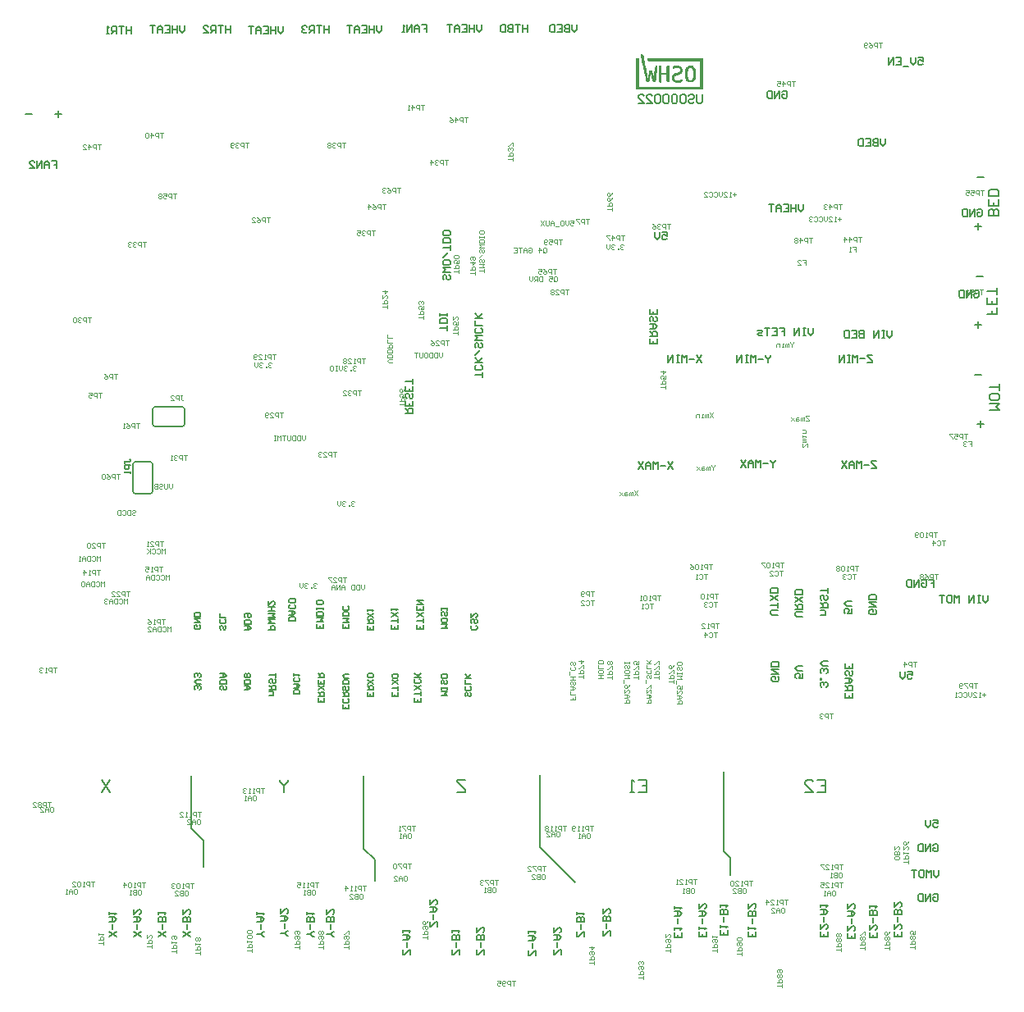
<source format=gbo>
G04*
G04 #@! TF.GenerationSoftware,Altium Limited,Altium Designer,18.1.9 (240)*
G04*
G04 Layer_Color=32896*
%FSLAX25Y25*%
%MOIN*%
G70*
G01*
G75*
%ADD12C,0.00600*%
%ADD15C,0.00400*%
%ADD17C,0.00800*%
%ADD21C,0.00500*%
%ADD30C,0.00200*%
%ADD32C,0.00700*%
G54D12*
X61579Y221563D02*
X61286Y222270D01*
X60579Y222563D01*
Y209563D02*
X61286Y209856D01*
X61579Y210563D01*
X53579D02*
X53872Y209856D01*
X54579Y209563D01*
Y222563D02*
X53872Y222270D01*
X53579Y221563D01*
X62512Y245063D02*
X61805Y244770D01*
X61512Y244063D01*
X74512D02*
X74219Y244770D01*
X73512Y245063D01*
Y237063D02*
X74219Y237356D01*
X74512Y238063D01*
X61512D02*
X61805Y237356D01*
X62512Y237063D01*
X53579Y210563D02*
Y221563D01*
X54579Y222563D02*
X60579D01*
X54579Y209563D02*
X60579D01*
X61579Y210563D02*
Y221563D01*
X62512Y237063D02*
X73512D01*
X61512Y238063D02*
Y244063D01*
X74512Y238063D02*
Y244063D01*
X62512Y245063D02*
X73512D01*
X296161Y54724D02*
Y61811D01*
X293504Y64468D02*
X296161Y61811D01*
X293504Y64468D02*
Y96653D01*
X218898Y66142D02*
X233465Y51575D01*
X218898Y66142D02*
Y95472D01*
X151969Y52362D02*
Y60925D01*
X147441Y65453D02*
X151969Y60925D01*
X147441Y65453D02*
Y94882D01*
X82284Y57874D02*
Y68701D01*
X77362Y73622D02*
X82284Y68701D01*
X77362Y73622D02*
Y75886D01*
Y94980D01*
X378678Y77151D02*
X380677D01*
Y75652D01*
X379677Y76151D01*
X379177D01*
X378678Y75652D01*
Y74652D01*
X379177Y74152D01*
X380177D01*
X380677Y74652D01*
X377678Y77151D02*
Y75152D01*
X376678Y74152D01*
X375678Y75152D01*
Y77151D01*
X268501Y315913D02*
X270500D01*
Y314413D01*
X269500Y314913D01*
X269001D01*
X268501Y314413D01*
Y313413D01*
X269001Y312913D01*
X270000D01*
X270500Y313413D01*
X267501Y315913D02*
Y313913D01*
X266501Y312913D01*
X265502Y313913D01*
Y315913D01*
X368205Y137468D02*
X370205D01*
Y135968D01*
X369205Y136468D01*
X368705D01*
X368205Y135968D01*
Y134968D01*
X368705Y134469D01*
X369705D01*
X370205Y134968D01*
X367206Y137468D02*
Y135468D01*
X366206Y134469D01*
X365206Y135468D01*
Y137468D01*
X346038Y128791D02*
Y126791D01*
X343039D01*
Y128791D01*
X344539Y126791D02*
Y127791D01*
X343039Y129790D02*
X346038D01*
Y131290D01*
X345539Y131790D01*
X344539D01*
X344039Y131290D01*
Y129790D01*
Y130790D02*
X343039Y131790D01*
Y132790D02*
X345039D01*
X346038Y133789D01*
X345039Y134789D01*
X343039D01*
X344539D01*
Y132790D01*
X345539Y137788D02*
X346038Y137288D01*
Y136288D01*
X345539Y135789D01*
X345039D01*
X344539Y136288D01*
Y137288D01*
X344039Y137788D01*
X343539D01*
X343039Y137288D01*
Y136288D01*
X343539Y135789D01*
X346038Y140787D02*
Y138787D01*
X343039D01*
Y140787D01*
X344539Y138787D02*
Y139787D01*
X315519Y135385D02*
X316019Y134885D01*
Y133886D01*
X315519Y133386D01*
X313520D01*
X313020Y133886D01*
Y134885D01*
X313520Y135385D01*
X314519D01*
Y134386D01*
X313020Y136385D02*
X316019D01*
X313020Y138384D01*
X316019D01*
Y139384D02*
X313020D01*
Y140884D01*
X313520Y141383D01*
X315519D01*
X316019Y140884D01*
Y139384D01*
X335302Y131024D02*
X335802Y131524D01*
Y132523D01*
X335302Y133023D01*
X334803D01*
X334303Y132523D01*
Y132023D01*
Y132523D01*
X333803Y133023D01*
X333303D01*
X332803Y132523D01*
Y131524D01*
X333303Y131024D01*
X332803Y134023D02*
X333303D01*
Y134523D01*
X332803D01*
Y134023D01*
X335302Y136522D02*
X335802Y137022D01*
Y138021D01*
X335302Y138521D01*
X334803D01*
X334303Y138021D01*
Y137522D01*
Y138021D01*
X333803Y138521D01*
X333303D01*
X332803Y138021D01*
Y137022D01*
X333303Y136522D01*
X335802Y139521D02*
X333803D01*
X332803Y140521D01*
X333803Y141520D01*
X335802D01*
X325763Y136665D02*
Y134665D01*
X324263D01*
X324763Y135665D01*
Y136165D01*
X324263Y136665D01*
X323264D01*
X322764Y136165D01*
Y135165D01*
X323264Y134665D01*
X325763Y137664D02*
X323763D01*
X322764Y138664D01*
X323763Y139664D01*
X325763D01*
X401575Y243701D02*
X405574D01*
X404241Y245034D01*
X405574Y246367D01*
X401575D01*
X405574Y249699D02*
Y248366D01*
X404907Y247699D01*
X402241D01*
X401575Y248366D01*
Y249699D01*
X402241Y250365D01*
X404907D01*
X405574Y249699D01*
Y251698D02*
Y254364D01*
Y253031D01*
X401575D01*
X404589Y285244D02*
Y282579D01*
X402590D01*
Y283912D01*
Y282579D01*
X400591D01*
X404589Y289243D02*
Y286577D01*
X400591D01*
Y289243D01*
X402590Y286577D02*
Y287910D01*
X404589Y290576D02*
Y293242D01*
Y291909D01*
X400591D01*
X405278Y322736D02*
X401279D01*
Y324736D01*
X401946Y325402D01*
X402612D01*
X403279Y324736D01*
Y322736D01*
Y324736D01*
X403945Y325402D01*
X404612D01*
X405278Y324736D01*
Y322736D01*
Y329401D02*
Y326735D01*
X401279D01*
Y329401D01*
X403279Y326735D02*
Y328068D01*
X405278Y330734D02*
X401279D01*
Y332733D01*
X401946Y333399D01*
X404612D01*
X405278Y332733D01*
Y330734D01*
X398228Y318436D02*
X395563D01*
X396895Y319769D02*
Y317104D01*
X398327Y278181D02*
X395661D01*
X396994Y279513D02*
Y276848D01*
X399410Y238023D02*
X396744D01*
X398077Y239356D02*
Y236690D01*
X398228Y257905D02*
X395563D01*
X398917Y297964D02*
X396252D01*
X399213Y338220D02*
X396547D01*
X332803Y160453D02*
X334803D01*
Y161952D01*
X334303Y162452D01*
X332803D01*
Y163452D02*
X335802D01*
Y164951D01*
X335302Y165451D01*
X334303D01*
X333803Y164951D01*
Y163452D01*
Y164452D02*
X332803Y165451D01*
X335302Y168450D02*
X335802Y167950D01*
Y166951D01*
X335302Y166451D01*
X334803D01*
X334303Y166951D01*
Y167950D01*
X333803Y168450D01*
X333303D01*
X332803Y167950D01*
Y166951D01*
X333303Y166451D01*
X335802Y169450D02*
Y171449D01*
Y170450D01*
X332803D01*
X329947Y277135D02*
Y275136D01*
X328947Y274136D01*
X327948Y275136D01*
Y277135D01*
X326948D02*
X325948D01*
X326448D01*
Y274136D01*
X326948D01*
X325948D01*
X324449D02*
Y277135D01*
X322449Y274136D01*
Y277135D01*
X316451D02*
X318451D01*
Y275636D01*
X317451D01*
X318451D01*
Y274136D01*
X313452Y277135D02*
X315452D01*
Y274136D01*
X313452D01*
X315452Y275636D02*
X314452D01*
X312453Y277135D02*
X310453D01*
X311453D01*
Y274136D01*
X309454D02*
X307954D01*
X307454Y274636D01*
X307954Y275136D01*
X308954D01*
X309454Y275636D01*
X308954Y276136D01*
X307454D01*
X362108Y276054D02*
Y274054D01*
X361109Y273054D01*
X360109Y274054D01*
Y276054D01*
X359109D02*
X358110D01*
X358610D01*
Y273054D01*
X359109D01*
X358110D01*
X356610D02*
Y276054D01*
X354611Y273054D01*
Y276054D01*
X350612D02*
Y273054D01*
X349113D01*
X348613Y273554D01*
Y274054D01*
X349113Y274554D01*
X350612D01*
X349113D01*
X348613Y275054D01*
Y275554D01*
X349113Y276054D01*
X350612D01*
X345614D02*
X347613D01*
Y273054D01*
X345614D01*
X347613Y274554D02*
X346613D01*
X344614Y276054D02*
Y273054D01*
X343114D01*
X342615Y273554D01*
Y275554D01*
X343114Y276054D01*
X344614D01*
X378797Y66790D02*
X379297Y67290D01*
X380297D01*
X380797Y66790D01*
Y64791D01*
X380297Y64291D01*
X379297D01*
X378797Y64791D01*
Y65790D01*
X379797D01*
X377798Y64291D02*
Y67290D01*
X375798Y64291D01*
Y67290D01*
X374799D02*
Y64291D01*
X373299D01*
X372799Y64791D01*
Y66790D01*
X373299Y67290D01*
X374799D01*
X396524Y324842D02*
X397024Y325342D01*
X398024D01*
X398524Y324842D01*
Y322842D01*
X398024Y322342D01*
X397024D01*
X396524Y322842D01*
Y323842D01*
X397524D01*
X395525Y322342D02*
Y325342D01*
X393525Y322342D01*
Y325342D01*
X392526D02*
Y322342D01*
X391026D01*
X390526Y322842D01*
Y324842D01*
X391026Y325342D01*
X392526D01*
X284575Y265913D02*
X282575Y262913D01*
Y265913D02*
X284575Y262913D01*
X281576Y264413D02*
X279576D01*
X278577Y262913D02*
Y265913D01*
X277577Y264913D01*
X276577Y265913D01*
Y262913D01*
X275578Y265913D02*
X274578D01*
X275078D01*
Y262913D01*
X275578D01*
X274578D01*
X273078D02*
Y265913D01*
X271079Y262913D01*
Y265913D01*
X74500Y399999D02*
Y398000D01*
X73500Y397000D01*
X72501Y398000D01*
Y399999D01*
X71501D02*
Y397000D01*
Y398499D01*
X69502D01*
Y399999D01*
Y397000D01*
X66503Y399999D02*
X68502D01*
Y397000D01*
X66503D01*
X68502Y398499D02*
X67502D01*
X65503Y397000D02*
Y398999D01*
X64503Y399999D01*
X63504Y398999D01*
Y397000D01*
Y398499D01*
X65503D01*
X62504Y399999D02*
X60505D01*
X61504D01*
Y397000D01*
X315723Y160453D02*
X313224D01*
X312724Y160953D01*
Y161952D01*
X313224Y162452D01*
X315723D01*
Y163452D02*
Y165451D01*
Y164452D01*
X312724D01*
X315723Y166451D02*
X312724Y168450D01*
X315723D02*
X312724Y166451D01*
X315723Y169450D02*
X312724D01*
Y170949D01*
X313224Y171449D01*
X315224D01*
X315723Y170949D01*
Y169450D01*
X380970Y56769D02*
Y54769D01*
X379970Y53770D01*
X378970Y54769D01*
Y56769D01*
X377971Y53770D02*
Y56769D01*
X376971Y55769D01*
X375971Y56769D01*
Y53770D01*
X373472Y56769D02*
X374472D01*
X374972Y56269D01*
Y54269D01*
X374472Y53770D01*
X373472D01*
X372972Y54269D01*
Y56269D01*
X373472Y56769D01*
X371973D02*
X369973D01*
X370973D01*
Y53770D01*
X114500Y399599D02*
Y397600D01*
X113500Y396600D01*
X112501Y397600D01*
Y399599D01*
X111501D02*
Y396600D01*
Y398099D01*
X109502D01*
Y399599D01*
Y396600D01*
X106503Y399599D02*
X108502D01*
Y396600D01*
X106503D01*
X108502Y398099D02*
X107502D01*
X105503Y396600D02*
Y398599D01*
X104503Y399599D01*
X103504Y398599D01*
Y396600D01*
Y398099D01*
X105503D01*
X102504Y399599D02*
X100505D01*
X101504D01*
Y396600D01*
X234000Y400199D02*
Y398200D01*
X233000Y397200D01*
X232001Y398200D01*
Y400199D01*
X231001D02*
Y397200D01*
X229502D01*
X229002Y397700D01*
Y398200D01*
X229502Y398699D01*
X231001D01*
X229502D01*
X229002Y399199D01*
Y399699D01*
X229502Y400199D01*
X231001D01*
X226003D02*
X228002D01*
Y397200D01*
X226003D01*
X228002Y398699D02*
X227002D01*
X225003Y400199D02*
Y397200D01*
X223503D01*
X223004Y397700D01*
Y399699D01*
X223503Y400199D01*
X225003D01*
X195200D02*
Y398200D01*
X194200Y397200D01*
X193201Y398200D01*
Y400199D01*
X192201D02*
Y397200D01*
Y398699D01*
X190202D01*
Y400199D01*
Y397200D01*
X187203Y400199D02*
X189202D01*
Y397200D01*
X187203D01*
X189202Y398699D02*
X188202D01*
X186203Y397200D02*
Y399199D01*
X185203Y400199D01*
X184204Y399199D01*
Y397200D01*
Y398699D01*
X186203D01*
X183204Y400199D02*
X181204D01*
X182204D01*
Y397200D01*
X154500Y399999D02*
Y398000D01*
X153500Y397000D01*
X152501Y398000D01*
Y399999D01*
X151501D02*
Y397000D01*
Y398499D01*
X149502D01*
Y399999D01*
Y397000D01*
X146503Y399999D02*
X148502D01*
Y397000D01*
X146503D01*
X148502Y398499D02*
X147502D01*
X145503Y397000D02*
Y398999D01*
X144503Y399999D01*
X143504Y398999D01*
Y397000D01*
Y398499D01*
X145503D01*
X142504Y399999D02*
X140505D01*
X141504D01*
Y397000D01*
X326000Y327299D02*
Y325300D01*
X325000Y324300D01*
X324001Y325300D01*
Y327299D01*
X323001D02*
Y324300D01*
Y325799D01*
X321002D01*
Y327299D01*
Y324300D01*
X318003Y327299D02*
X320002D01*
Y324300D01*
X318003D01*
X320002Y325799D02*
X319002D01*
X317003Y324300D02*
Y326299D01*
X316003Y327299D01*
X315004Y326299D01*
Y324300D01*
Y325799D01*
X317003D01*
X314004Y327299D02*
X312004D01*
X313004D01*
Y324300D01*
X317401Y372899D02*
X317900Y373399D01*
X318900D01*
X319400Y372899D01*
Y370900D01*
X318900Y370400D01*
X317900D01*
X317401Y370900D01*
Y371900D01*
X318400D01*
X316401Y370400D02*
Y373399D01*
X314402Y370400D01*
Y373399D01*
X313402D02*
Y370400D01*
X311902D01*
X311403Y370900D01*
Y372899D01*
X311902Y373399D01*
X313402D01*
X377064Y174672D02*
X379063D01*
Y173173D01*
X378063D01*
X379063D01*
Y171673D01*
X374065Y174172D02*
X374564Y174672D01*
X375564D01*
X376064Y174172D01*
Y172173D01*
X375564Y171673D01*
X374564D01*
X374065Y172173D01*
Y173173D01*
X375064D01*
X373065Y171673D02*
Y174672D01*
X371066Y171673D01*
Y174672D01*
X370066D02*
Y171673D01*
X368566D01*
X368067Y172173D01*
Y174172D01*
X368566Y174672D01*
X370066D01*
X378797Y46621D02*
X379297Y47121D01*
X380297D01*
X380797Y46621D01*
Y44622D01*
X380297Y44122D01*
X379297D01*
X378797Y44622D01*
Y45621D01*
X379797D01*
X377798Y44122D02*
Y47121D01*
X375798Y44122D01*
Y47121D01*
X374799D02*
Y44122D01*
X373299D01*
X372799Y44622D01*
Y46621D01*
X373299Y47121D01*
X374799D01*
X345546Y162846D02*
Y160846D01*
X344047D01*
X344547Y161846D01*
Y162346D01*
X344047Y162846D01*
X343047D01*
X342547Y162346D01*
Y161346D01*
X343047Y160846D01*
X345546Y163846D02*
X343547D01*
X342547Y164845D01*
X343547Y165845D01*
X345546D01*
X395245Y291869D02*
X395745Y292369D01*
X396744D01*
X397244Y291869D01*
Y289870D01*
X396744Y289370D01*
X395745D01*
X395245Y289870D01*
Y290870D01*
X396244D01*
X394245Y289370D02*
Y292369D01*
X392246Y289370D01*
Y292369D01*
X391246D02*
Y289370D01*
X389746D01*
X389247Y289870D01*
Y291869D01*
X389746Y292369D01*
X391246D01*
X312473Y265937D02*
Y265437D01*
X311473Y264437D01*
X310474Y265437D01*
Y265937D01*
X311473Y264437D02*
Y262938D01*
X309474Y264437D02*
X307475D01*
X306475Y262938D02*
Y265937D01*
X305475Y264937D01*
X304475Y265937D01*
Y262938D01*
X303476Y265937D02*
X302476D01*
X302976D01*
Y262938D01*
X303476D01*
X302476D01*
X300977D02*
Y265937D01*
X298977Y262938D01*
Y265937D01*
X314567Y223471D02*
Y222972D01*
X313567Y221972D01*
X312568Y222972D01*
Y223471D01*
X313567Y221972D02*
Y220472D01*
X311568Y221972D02*
X309569D01*
X308569Y220472D02*
Y223471D01*
X307569Y222472D01*
X306570Y223471D01*
Y220472D01*
X305570D02*
Y222472D01*
X304570Y223471D01*
X303571Y222472D01*
Y220472D01*
Y221972D01*
X305570D01*
X302571Y223471D02*
X300571Y220472D01*
Y223471D02*
X302571Y220472D01*
X354047Y266051D02*
X352048D01*
Y265551D01*
X354047Y263551D01*
Y263052D01*
X352048D01*
X351048Y264551D02*
X349049D01*
X348049Y263052D02*
Y266051D01*
X347050Y265051D01*
X346050Y266051D01*
Y263052D01*
X345050Y266051D02*
X344051D01*
X344550D01*
Y263052D01*
X345050D01*
X344051D01*
X342551D02*
Y266051D01*
X340552Y263052D01*
Y266051D01*
X273104Y222599D02*
X271105Y219600D01*
Y222599D02*
X273104Y219600D01*
X270105Y221100D02*
X268106D01*
X267106Y219600D02*
Y222599D01*
X266106Y221599D01*
X265107Y222599D01*
Y219600D01*
X264107D02*
Y221599D01*
X263107Y222599D01*
X262107Y221599D01*
Y219600D01*
Y221100D01*
X264107D01*
X261108Y222599D02*
X259108Y219600D01*
Y222599D02*
X261108Y219600D01*
X247558Y29877D02*
Y31877D01*
X247059D01*
X245059Y29877D01*
X244559D01*
Y31877D01*
X246059Y32876D02*
Y34876D01*
X247558Y35875D02*
X244559D01*
Y37375D01*
X245059Y37875D01*
X245559D01*
X246059Y37375D01*
Y35875D01*
Y37375D01*
X246559Y37875D01*
X247059D01*
X247558Y37375D01*
Y35875D01*
X244559Y40874D02*
Y38875D01*
X246559Y40874D01*
X247059D01*
X247558Y40374D01*
Y39374D01*
X247059Y38875D01*
X237130Y29656D02*
Y31655D01*
X236630D01*
X234631Y29656D01*
X234131D01*
Y31655D01*
X235630Y32655D02*
Y34654D01*
X237130Y35654D02*
X234131D01*
Y37153D01*
X234631Y37653D01*
X235131D01*
X235630Y37153D01*
Y35654D01*
Y37153D01*
X236130Y37653D01*
X236630D01*
X237130Y37153D01*
Y35654D01*
X234131Y38653D02*
Y39652D01*
Y39152D01*
X237130D01*
X236630Y38653D01*
X227515Y22185D02*
Y24185D01*
X227015D01*
X225016Y22185D01*
X224516D01*
Y24185D01*
X226016Y25185D02*
Y27184D01*
X224516Y28184D02*
X226516D01*
X227515Y29183D01*
X226516Y30183D01*
X224516D01*
X226016D01*
Y28184D01*
X224516Y33182D02*
Y31183D01*
X226516Y33182D01*
X227015D01*
X227515Y32682D01*
Y31682D01*
X227015Y31183D01*
X217457Y22038D02*
Y24037D01*
X216957D01*
X214957Y22038D01*
X214458D01*
Y24037D01*
X215957Y25037D02*
Y27036D01*
X214458Y28036D02*
X216457D01*
X217457Y29035D01*
X216457Y30035D01*
X214458D01*
X215957D01*
Y28036D01*
X214458Y31035D02*
Y32034D01*
Y31534D01*
X217457D01*
X216957Y31035D01*
X276571Y31498D02*
Y29499D01*
X273572D01*
Y31498D01*
X275071Y29499D02*
Y30499D01*
X273572Y32498D02*
Y33498D01*
Y32998D01*
X276571D01*
X276071Y32498D01*
X275071Y34997D02*
Y36996D01*
X273572Y37996D02*
X275571D01*
X276571Y38996D01*
X275571Y39996D01*
X273572D01*
X275071D01*
Y37996D01*
X273572Y40995D02*
Y41995D01*
Y41495D01*
X276571D01*
X276071Y40995D01*
X286482Y31604D02*
Y29604D01*
X283483D01*
Y31604D01*
X284982Y29604D02*
Y30604D01*
X283483Y32603D02*
Y33603D01*
Y33103D01*
X286482D01*
X285982Y32603D01*
X284982Y35102D02*
Y37102D01*
X283483Y38102D02*
X285482D01*
X286482Y39101D01*
X285482Y40101D01*
X283483D01*
X284982D01*
Y38102D01*
X283483Y43100D02*
Y41101D01*
X285482Y43100D01*
X285982D01*
X286482Y42600D01*
Y41600D01*
X285982Y41101D01*
X295251Y32334D02*
Y30335D01*
X292252D01*
Y32334D01*
X293752Y30335D02*
Y31334D01*
X292252Y33334D02*
Y34333D01*
Y33834D01*
X295251D01*
X294751Y33334D01*
X293752Y35833D02*
Y37832D01*
X295251Y38832D02*
X292252D01*
Y40332D01*
X292752Y40831D01*
X293252D01*
X293752Y40332D01*
Y38832D01*
Y40332D01*
X294251Y40831D01*
X294751D01*
X295251Y40332D01*
Y38832D01*
X292252Y41831D02*
Y42831D01*
Y42331D01*
X295251D01*
X294751Y41831D01*
X306668Y31645D02*
Y29646D01*
X303669D01*
Y31645D01*
X305169Y29646D02*
Y30645D01*
X303669Y32645D02*
Y33645D01*
Y33145D01*
X306668D01*
X306169Y32645D01*
X305169Y35144D02*
Y37143D01*
X306668Y38143D02*
X303669D01*
Y39643D01*
X304169Y40142D01*
X304669D01*
X305169Y39643D01*
Y38143D01*
Y39643D01*
X305669Y40142D01*
X306169D01*
X306668Y39643D01*
Y38143D01*
X303669Y43141D02*
Y41142D01*
X305669Y43141D01*
X306169D01*
X306668Y42641D01*
Y41642D01*
X306169Y41142D01*
X335887Y31689D02*
Y29689D01*
X332888D01*
Y31689D01*
X334388Y29689D02*
Y30689D01*
X332888Y34688D02*
Y32689D01*
X334887Y34688D01*
X335387D01*
X335887Y34188D01*
Y33188D01*
X335387Y32689D01*
X334388Y35688D02*
Y37687D01*
X332888Y38687D02*
X334887D01*
X335887Y39686D01*
X334887Y40686D01*
X332888D01*
X334388D01*
Y38687D01*
X332888Y41686D02*
Y42685D01*
Y42185D01*
X335887D01*
X335387Y41686D01*
X347094Y30936D02*
Y28937D01*
X344094D01*
Y30936D01*
X345594Y28937D02*
Y29937D01*
X344094Y33935D02*
Y31936D01*
X346094Y33935D01*
X346594D01*
X347094Y33436D01*
Y32436D01*
X346594Y31936D01*
X345594Y34935D02*
Y36934D01*
X344094Y37934D02*
X346094D01*
X347094Y38934D01*
X346094Y39933D01*
X344094D01*
X345594D01*
Y37934D01*
X344094Y42933D02*
Y40933D01*
X346094Y42933D01*
X346594D01*
X347094Y42433D01*
Y41433D01*
X346594Y40933D01*
X355910Y31487D02*
Y29488D01*
X352911D01*
Y31487D01*
X354411Y29488D02*
Y30488D01*
X352911Y34486D02*
Y32487D01*
X354911Y34486D01*
X355410D01*
X355910Y33986D01*
Y32987D01*
X355410Y32487D01*
X354411Y35486D02*
Y37485D01*
X355910Y38485D02*
X352911D01*
Y39985D01*
X353411Y40484D01*
X353911D01*
X354411Y39985D01*
Y38485D01*
Y39985D01*
X354911Y40484D01*
X355410D01*
X355910Y39985D01*
Y38485D01*
X352911Y41484D02*
Y42484D01*
Y41984D01*
X355910D01*
X355410Y41484D01*
X365922Y31622D02*
Y29622D01*
X362923D01*
Y31622D01*
X364422Y29622D02*
Y30622D01*
X362923Y34621D02*
Y32621D01*
X364922Y34621D01*
X365422D01*
X365922Y34121D01*
Y33121D01*
X365422Y32621D01*
X364422Y35620D02*
Y37620D01*
X365922Y38619D02*
X362923D01*
Y40119D01*
X363423Y40619D01*
X363923D01*
X364422Y40119D01*
Y38619D01*
Y40119D01*
X364922Y40619D01*
X365422D01*
X365922Y40119D01*
Y38619D01*
X362923Y43618D02*
Y41618D01*
X364922Y43618D01*
X365422D01*
X365922Y43118D01*
Y42118D01*
X365422Y41618D01*
X166369Y22468D02*
Y24468D01*
X165869D01*
X163870Y22468D01*
X163370D01*
Y24468D01*
X164870Y25468D02*
Y27467D01*
X163370Y28467D02*
X165369D01*
X166369Y29466D01*
X165369Y30466D01*
X163370D01*
X164870D01*
Y28467D01*
X163370Y31466D02*
Y32465D01*
Y31965D01*
X166369D01*
X165869Y31466D01*
X177212Y33563D02*
Y35562D01*
X176712D01*
X174712Y33563D01*
X174213D01*
Y35562D01*
X175712Y36562D02*
Y38561D01*
X174213Y39561D02*
X176212D01*
X177212Y40561D01*
X176212Y41560D01*
X174213D01*
X175712D01*
Y39561D01*
X174213Y44559D02*
Y42560D01*
X176212Y44559D01*
X176712D01*
X177212Y44060D01*
Y43060D01*
X176712Y42560D01*
X186369Y22468D02*
Y24468D01*
X185869D01*
X183870Y22468D01*
X183370D01*
Y24468D01*
X184870Y25468D02*
Y27467D01*
X186369Y28467D02*
X183370D01*
Y29966D01*
X183870Y30466D01*
X184370D01*
X184870Y29966D01*
Y28467D01*
Y29966D01*
X185369Y30466D01*
X185869D01*
X186369Y29966D01*
Y28467D01*
X183370Y31466D02*
Y32465D01*
Y31965D01*
X186369D01*
X185869Y31466D01*
X196369Y22468D02*
Y24468D01*
X195869D01*
X193870Y22468D01*
X193370D01*
Y24468D01*
X194870Y25468D02*
Y27467D01*
X196369Y28467D02*
X193370D01*
Y29966D01*
X193870Y30466D01*
X194370D01*
X194870Y29966D01*
Y28467D01*
Y29966D01*
X195369Y30466D01*
X195869D01*
X196369Y29966D01*
Y28467D01*
X193370Y33465D02*
Y31466D01*
X195369Y33465D01*
X195869D01*
X196369Y32965D01*
Y31965D01*
X195869Y31466D01*
X107018Y29588D02*
X106518D01*
X105519Y30588D01*
X106518Y31588D01*
X107018D01*
X105519Y30588D02*
X104019D01*
X105519Y32587D02*
Y34587D01*
X104019Y35586D02*
X106018D01*
X107018Y36586D01*
X106018Y37586D01*
X104019D01*
X105519D01*
Y35586D01*
X104019Y38585D02*
Y39585D01*
Y39085D01*
X107018D01*
X106518Y38585D01*
X116711Y29912D02*
X116211D01*
X115211Y30911D01*
X116211Y31911D01*
X116711D01*
X115211Y30911D02*
X113712D01*
X115211Y32910D02*
Y34910D01*
X113712Y35910D02*
X115711D01*
X116711Y36909D01*
X115711Y37909D01*
X113712D01*
X115211D01*
Y35910D01*
X113712Y40908D02*
Y38908D01*
X115711Y40908D01*
X116211D01*
X116711Y40408D01*
Y39408D01*
X116211Y38908D01*
X127265Y29535D02*
X126765D01*
X125766Y30534D01*
X126765Y31534D01*
X127265D01*
X125766Y30534D02*
X124266D01*
X125766Y32533D02*
Y34533D01*
X127265Y35533D02*
X124266D01*
Y37032D01*
X124766Y37532D01*
X125266D01*
X125766Y37032D01*
Y35533D01*
Y37032D01*
X126266Y37532D01*
X126765D01*
X127265Y37032D01*
Y35533D01*
X124266Y38532D02*
Y39531D01*
Y39031D01*
X127265D01*
X126765Y38532D01*
X135343Y29696D02*
X134843D01*
X133843Y30696D01*
X134843Y31695D01*
X135343D01*
X133843Y30696D02*
X132343D01*
X133843Y32695D02*
Y34694D01*
X135343Y35694D02*
X132343D01*
Y37194D01*
X132843Y37694D01*
X133343D01*
X133843Y37194D01*
Y35694D01*
Y37194D01*
X134343Y37694D01*
X134843D01*
X135343Y37194D01*
Y35694D01*
X132343Y40692D02*
Y38693D01*
X134343Y40692D01*
X134843D01*
X135343Y40193D01*
Y39193D01*
X134843Y38693D01*
X77053Y29524D02*
X74054Y31523D01*
X77053D02*
X74054Y29524D01*
X75553Y32522D02*
Y34522D01*
X77053Y35522D02*
X74054D01*
Y37021D01*
X74554Y37521D01*
X75054D01*
X75553Y37021D01*
Y35522D01*
Y37021D01*
X76053Y37521D01*
X76553D01*
X77053Y37021D01*
Y35522D01*
X74054Y40520D02*
Y38521D01*
X76053Y40520D01*
X76553D01*
X77053Y40020D01*
Y39020D01*
X76553Y38521D01*
X67052Y29794D02*
X64052Y31793D01*
X67052D02*
X64052Y29794D01*
X65552Y32793D02*
Y34792D01*
X67052Y35792D02*
X64052D01*
Y37291D01*
X64552Y37791D01*
X65052D01*
X65552Y37291D01*
Y35792D01*
Y37291D01*
X66052Y37791D01*
X66552D01*
X67052Y37291D01*
Y35792D01*
X64052Y38791D02*
Y39791D01*
Y39291D01*
X67052D01*
X66552Y38791D01*
X56942Y29794D02*
X53943Y31793D01*
X56942D02*
X53943Y29794D01*
X55443Y32793D02*
Y34792D01*
X53943Y35792D02*
X55942D01*
X56942Y36792D01*
X55942Y37791D01*
X53943D01*
X55443D01*
Y35792D01*
X53943Y40790D02*
Y38791D01*
X55942Y40790D01*
X56442D01*
X56942Y40290D01*
Y39291D01*
X56442Y38791D01*
X46941Y29632D02*
X43942Y31631D01*
X46941D02*
X43942Y29632D01*
X45441Y32631D02*
Y34630D01*
X43942Y35630D02*
X45941D01*
X46941Y36629D01*
X45941Y37629D01*
X43942D01*
X45441D01*
Y35630D01*
X43942Y38629D02*
Y39628D01*
Y39129D01*
X46941D01*
X46441Y38629D01*
X52900Y399599D02*
Y396600D01*
Y398099D01*
X50901D01*
Y399599D01*
Y396600D01*
X49901Y399599D02*
X47902D01*
X48901D01*
Y396600D01*
X46902D02*
Y399599D01*
X45402D01*
X44903Y399099D01*
Y398099D01*
X45402Y397600D01*
X46902D01*
X45902D02*
X44903Y396600D01*
X43903D02*
X42903D01*
X43403D01*
Y399599D01*
X43903Y399099D01*
X133400Y399999D02*
Y397000D01*
Y398499D01*
X131401D01*
Y399999D01*
Y397000D01*
X130401Y399999D02*
X128402D01*
X129401D01*
Y397000D01*
X127402D02*
Y399999D01*
X125902D01*
X125403Y399499D01*
Y398499D01*
X125902Y398000D01*
X127402D01*
X126402D02*
X125403Y397000D01*
X124403Y399499D02*
X123903Y399999D01*
X122903D01*
X122404Y399499D01*
Y398999D01*
X122903Y398499D01*
X123403D01*
X122903D01*
X122404Y398000D01*
Y397500D01*
X122903Y397000D01*
X123903D01*
X124403Y397500D01*
X93200Y399899D02*
Y396900D01*
Y398399D01*
X91201D01*
Y399899D01*
Y396900D01*
X90201Y399899D02*
X88202D01*
X89201D01*
Y396900D01*
X87202D02*
Y399899D01*
X85702D01*
X85203Y399399D01*
Y398399D01*
X85702Y397900D01*
X87202D01*
X86202D02*
X85203Y396900D01*
X82204D02*
X84203D01*
X82204Y398899D01*
Y399399D01*
X82703Y399899D01*
X83703D01*
X84203Y399399D01*
X214100Y400199D02*
Y397200D01*
Y398699D01*
X212101D01*
Y400199D01*
Y397200D01*
X211101Y400199D02*
X209102D01*
X210101D01*
Y397200D01*
X208102Y400199D02*
Y397200D01*
X206602D01*
X206103Y397700D01*
Y398200D01*
X206602Y398699D01*
X208102D01*
X206602D01*
X206103Y399199D01*
Y399699D01*
X206602Y400199D01*
X208102D01*
X205103D02*
Y397200D01*
X203603D01*
X203104Y397700D01*
Y399699D01*
X203603Y400199D01*
X205103D01*
X400886Y168452D02*
Y166452D01*
X399886Y165453D01*
X398886Y166452D01*
Y168452D01*
X397887D02*
X396887D01*
X397387D01*
Y165453D01*
X397887D01*
X396887D01*
X395388D02*
Y168452D01*
X393388Y165453D01*
Y168452D01*
X389390Y165453D02*
Y168452D01*
X388390Y167452D01*
X387390Y168452D01*
Y165453D01*
X384891Y168452D02*
X385891D01*
X386390Y167952D01*
Y165953D01*
X385891Y165453D01*
X384891D01*
X384391Y165953D01*
Y167952D01*
X384891Y168452D01*
X383391D02*
X381392D01*
X382392D01*
Y165453D01*
X359410Y353977D02*
Y351978D01*
X358410Y350978D01*
X357410Y351978D01*
Y353977D01*
X356411D02*
Y350978D01*
X354911D01*
X354411Y351478D01*
Y351978D01*
X354911Y352477D01*
X356411D01*
X354911D01*
X354411Y352977D01*
Y353477D01*
X354911Y353977D01*
X356411D01*
X351412D02*
X353412D01*
Y350978D01*
X351412D01*
X353412Y352477D02*
X352412D01*
X350413Y353977D02*
Y350978D01*
X348913D01*
X348413Y351478D01*
Y353477D01*
X348913Y353977D01*
X350413D01*
X171101Y400199D02*
X173100D01*
Y398699D01*
X172100D01*
X173100D01*
Y397200D01*
X170101D02*
Y399199D01*
X169101Y400199D01*
X168102Y399199D01*
Y397200D01*
Y398699D01*
X170101D01*
X167102Y397200D02*
Y400199D01*
X165103Y397200D01*
Y400199D01*
X164103Y397200D02*
X163103D01*
X163603D01*
Y400199D01*
X164103Y399699D01*
X20676Y344962D02*
X22675D01*
Y343462D01*
X21676D01*
X22675D01*
Y341963D01*
X19676D02*
Y343962D01*
X18677Y344962D01*
X17677Y343962D01*
Y341963D01*
Y343462D01*
X19676D01*
X16677Y341963D02*
Y344962D01*
X14678Y341963D01*
Y344962D01*
X11679Y341963D02*
X13678D01*
X11679Y343962D01*
Y344462D01*
X12179Y344962D01*
X13178D01*
X13678Y344462D01*
X372601Y386947D02*
X374600D01*
Y385448D01*
X373600Y385947D01*
X373100D01*
X372601Y385448D01*
Y384448D01*
X373100Y383948D01*
X374100D01*
X374600Y384448D01*
X371601Y386947D02*
Y384948D01*
X370601Y383948D01*
X369602Y384948D01*
Y386947D01*
X368602Y383448D02*
X366603D01*
X363604Y386947D02*
X365603D01*
Y383948D01*
X363604D01*
X365603Y385448D02*
X364603D01*
X362604Y383948D02*
Y386947D01*
X360605Y383948D01*
Y386947D01*
X355594Y222877D02*
X353595D01*
Y222377D01*
X355594Y220377D01*
Y219878D01*
X353595D01*
X352595Y221377D02*
X350596D01*
X349596Y219878D02*
Y222877D01*
X348597Y221877D01*
X347597Y222877D01*
Y219878D01*
X346597D02*
Y221877D01*
X345598Y222877D01*
X344598Y221877D01*
Y219878D01*
Y221377D01*
X346597D01*
X343598Y222877D02*
X341599Y219878D01*
Y222877D02*
X343598Y219878D01*
X325664Y159764D02*
X323165D01*
X322665Y160264D01*
Y161263D01*
X323165Y161763D01*
X325664D01*
X322665Y162763D02*
X325664D01*
Y164262D01*
X325165Y164762D01*
X324165D01*
X323665Y164262D01*
Y162763D01*
Y163763D02*
X322665Y164762D01*
X325664Y165762D02*
X322665Y167761D01*
X325664D02*
X322665Y165762D01*
X325664Y168761D02*
X322665D01*
Y170261D01*
X323165Y170760D01*
X325165D01*
X325664Y170261D01*
Y168761D01*
X355283Y162649D02*
X355783Y162149D01*
Y161150D01*
X355283Y160650D01*
X353283D01*
X352783Y161150D01*
Y162149D01*
X353283Y162649D01*
X354283D01*
Y161649D01*
X352783Y163649D02*
X355783D01*
X352783Y165648D01*
X355783D01*
Y166648D02*
X352783D01*
Y168147D01*
X353283Y168647D01*
X355283D01*
X355783Y168147D01*
Y166648D01*
X164426Y242338D02*
X167425D01*
Y243837D01*
X166925Y244337D01*
X165926D01*
X165426Y243837D01*
Y242338D01*
Y243337D02*
X164426Y244337D01*
X167425Y247336D02*
Y245337D01*
X164426D01*
Y247336D01*
X165926Y245337D02*
Y246336D01*
X166925Y250335D02*
X167425Y249835D01*
Y248835D01*
X166925Y248336D01*
X166426D01*
X165926Y248835D01*
Y249835D01*
X165426Y250335D01*
X164926D01*
X164426Y249835D01*
Y248835D01*
X164926Y248336D01*
X167425Y253334D02*
Y251335D01*
X164426D01*
Y253334D01*
X165926Y251335D02*
Y252334D01*
X167425Y254334D02*
Y256333D01*
Y255333D01*
X164426D01*
X182027Y298653D02*
X182527Y298153D01*
Y297153D01*
X182027Y296654D01*
X181527D01*
X181027Y297153D01*
Y298153D01*
X180527Y298653D01*
X180027D01*
X179528Y298153D01*
Y297153D01*
X180027Y296654D01*
X182527Y299653D02*
X179528D01*
X180527Y300652D01*
X179528Y301652D01*
X182527D01*
Y304151D02*
Y303151D01*
X182027Y302652D01*
X180027D01*
X179528Y303151D01*
Y304151D01*
X180027Y304651D01*
X182027D01*
X182527Y304151D01*
X179528Y305651D02*
X181527Y307650D01*
X182527Y308650D02*
Y310649D01*
Y309649D01*
X179528D01*
X182527Y311649D02*
X179528D01*
Y313148D01*
X180027Y313648D01*
X182027D01*
X182527Y313148D01*
Y311649D01*
Y316147D02*
Y315148D01*
X182027Y314648D01*
X180027D01*
X179528Y315148D01*
Y316147D01*
X180027Y316647D01*
X182027D01*
X182527Y316147D01*
X181444Y275984D02*
Y277984D01*
Y276984D01*
X178445D01*
X181444Y278983D02*
X178445D01*
Y280483D01*
X178945Y280983D01*
X180944D01*
X181444Y280483D01*
Y278983D01*
Y281982D02*
Y282982D01*
Y282482D01*
X178445D01*
Y281982D01*
Y282982D01*
X195497Y256935D02*
Y258934D01*
Y257934D01*
X192498D01*
X194998Y261933D02*
X195497Y261433D01*
Y260434D01*
X194998Y259934D01*
X192998D01*
X192498Y260434D01*
Y261433D01*
X192998Y261933D01*
X195497Y262933D02*
X192498D01*
X193498D01*
X195497Y264932D01*
X193998Y263433D01*
X192498Y264932D01*
Y265932D02*
X194498Y267931D01*
X194998Y270930D02*
X195497Y270430D01*
Y269431D01*
X194998Y268931D01*
X194498D01*
X193998Y269431D01*
Y270430D01*
X193498Y270930D01*
X192998D01*
X192498Y270430D01*
Y269431D01*
X192998Y268931D01*
X195497Y271930D02*
X192498D01*
X193498Y272930D01*
X192498Y273929D01*
X195497D01*
X194998Y276928D02*
X195497Y276428D01*
Y275429D01*
X194998Y274929D01*
X192998D01*
X192498Y275429D01*
Y276428D01*
X192998Y276928D01*
X195497Y277928D02*
X192498D01*
Y279927D01*
X195497Y280927D02*
X192498D01*
X193498D01*
X195497Y282926D01*
X193998Y281427D01*
X192498Y282926D01*
X266511Y272590D02*
Y270591D01*
X263512D01*
Y272590D01*
X265011Y270591D02*
Y271590D01*
X263512Y273590D02*
X266511D01*
Y275089D01*
X266011Y275589D01*
X265011D01*
X264511Y275089D01*
Y273590D01*
Y274589D02*
X263512Y275589D01*
Y276589D02*
X265511D01*
X266511Y277588D01*
X265511Y278588D01*
X263512D01*
X265011D01*
Y276589D01*
X266011Y281587D02*
X266511Y281087D01*
Y280088D01*
X266011Y279588D01*
X265511D01*
X265011Y280088D01*
Y281087D01*
X264511Y281587D01*
X264012D01*
X263512Y281087D01*
Y280088D01*
X264012Y279588D01*
X266511Y284586D02*
Y282587D01*
X263512D01*
Y284586D01*
X265011Y282587D02*
Y283586D01*
G54D15*
X231246Y320503D02*
X232579D01*
Y319504D01*
X231912Y319837D01*
X231579D01*
X231246Y319504D01*
Y318837D01*
X231579Y318504D01*
X232245D01*
X232579Y318837D01*
X230579Y320503D02*
Y319170D01*
X229913Y318504D01*
X229246Y319170D01*
Y320503D01*
X228580Y320170D02*
X228247Y320503D01*
X227580D01*
X227247Y320170D01*
Y318837D01*
X227580Y318504D01*
X228247D01*
X228580Y318837D01*
Y320170D01*
X226581Y318171D02*
X225248D01*
X224581Y318504D02*
Y319837D01*
X223915Y320503D01*
X223248Y319837D01*
Y318504D01*
Y319504D01*
X224581D01*
X222582Y320503D02*
Y318837D01*
X222249Y318504D01*
X221582D01*
X221249Y318837D01*
Y320503D01*
X220583D02*
X219250Y318504D01*
Y320503D02*
X220583Y318504D01*
X239075Y321487D02*
X237742D01*
X238408D01*
Y319488D01*
X237075D02*
Y321487D01*
X236076D01*
X235742Y321154D01*
Y320488D01*
X236076Y320155D01*
X237075D01*
X235076Y321487D02*
X233743D01*
Y321154D01*
X235076Y319821D01*
Y319488D01*
X383591Y190799D02*
X382258D01*
X382924D01*
Y188799D01*
X380258Y190465D02*
X380592Y190799D01*
X381258D01*
X381591Y190465D01*
Y189132D01*
X381258Y188799D01*
X380592D01*
X380258Y189132D01*
X378592Y188799D02*
Y190799D01*
X379592Y189799D01*
X378259D01*
X347272Y176921D02*
X345939D01*
X346605D01*
Y174921D01*
X343939Y176587D02*
X344273Y176921D01*
X344939D01*
X345272Y176587D01*
Y175255D01*
X344939Y174921D01*
X344273D01*
X343939Y175255D01*
X343273Y176587D02*
X342940Y176921D01*
X342273D01*
X341940Y176587D01*
Y176254D01*
X342273Y175921D01*
X342606D01*
X342273D01*
X341940Y175588D01*
Y175255D01*
X342273Y174921D01*
X342940D01*
X343273Y175255D01*
X286937Y177118D02*
X285604D01*
X286271D01*
Y175118D01*
X283605Y176784D02*
X283938Y177118D01*
X284604D01*
X284938Y176784D01*
Y175451D01*
X284604Y175118D01*
X283938D01*
X283605Y175451D01*
X282938Y175118D02*
X282272D01*
X282605D01*
Y177118D01*
X282938Y176784D01*
X291071Y153397D02*
X289738D01*
X290404D01*
Y151398D01*
X287739Y153064D02*
X288072Y153397D01*
X288738D01*
X289071Y153064D01*
Y151731D01*
X288738Y151398D01*
X288072D01*
X287739Y151731D01*
X286072Y151398D02*
Y153397D01*
X287072Y152397D01*
X285739D01*
X317646Y178299D02*
X316313D01*
X316979D01*
Y176299D01*
X314313Y177965D02*
X314647Y178299D01*
X315313D01*
X315646Y177965D01*
Y176632D01*
X315313Y176299D01*
X314647D01*
X314313Y176632D01*
X312314Y176299D02*
X313647D01*
X312314Y177632D01*
Y177965D01*
X312647Y178299D01*
X313314D01*
X313647Y177965D01*
X264988Y164913D02*
X263655D01*
X264322D01*
Y162913D01*
X261656Y164580D02*
X261989Y164913D01*
X262656D01*
X262989Y164580D01*
Y163247D01*
X262656Y162913D01*
X261989D01*
X261656Y163247D01*
X260989Y162913D02*
X260323D01*
X260656D01*
Y164913D01*
X260989Y164580D01*
X240874Y166389D02*
X239541D01*
X240208D01*
Y164390D01*
X237542Y166056D02*
X237875Y166389D01*
X238541D01*
X238875Y166056D01*
Y164723D01*
X238541Y164390D01*
X237875D01*
X237542Y164723D01*
X235542Y164390D02*
X236875D01*
X235542Y165723D01*
Y166056D01*
X235876Y166389D01*
X236542D01*
X236875Y166056D01*
X291071Y165799D02*
X289738D01*
X290404D01*
Y163799D01*
X287739Y165465D02*
X288072Y165799D01*
X288738D01*
X289071Y165465D01*
Y164132D01*
X288738Y163799D01*
X288072D01*
X287739Y164132D01*
X287072Y165465D02*
X286739Y165799D01*
X286072D01*
X285739Y165465D01*
Y165132D01*
X286072Y164799D01*
X286406D01*
X286072D01*
X285739Y164466D01*
Y164132D01*
X286072Y163799D01*
X286739D01*
X287072Y164132D01*
X233228Y127239D02*
Y125906D01*
X232228D01*
Y126572D01*
Y125906D01*
X231228D01*
X233228Y127905D02*
X231228D01*
Y129238D01*
Y129904D02*
X232561D01*
X233228Y130571D01*
X232561Y131237D01*
X231228D01*
X232228D01*
Y129904D01*
X232894Y133237D02*
X233228Y132903D01*
Y132237D01*
X232894Y131904D01*
X232561D01*
X232228Y132237D01*
Y132903D01*
X231895Y133237D01*
X231562D01*
X231228Y132903D01*
Y132237D01*
X231562Y131904D01*
X233228Y133903D02*
X231228D01*
X232228D01*
Y135236D01*
X233228D01*
X231228D01*
X230895Y135902D02*
Y137235D01*
X232894Y139235D02*
X233228Y138901D01*
Y138235D01*
X232894Y137902D01*
X231562D01*
X231228Y138235D01*
Y138901D01*
X231562Y139235D01*
X232894Y141234D02*
X233228Y140901D01*
Y140234D01*
X232894Y139901D01*
X232561D01*
X232228Y140234D01*
Y140901D01*
X231895Y141234D01*
X231562D01*
X231228Y140901D01*
Y140234D01*
X231562Y139901D01*
X253374Y124724D02*
X255373D01*
Y125724D01*
X255040Y126057D01*
X254374D01*
X254041Y125724D01*
Y124724D01*
X253374Y126724D02*
X254707D01*
X255373Y127390D01*
X254707Y128057D01*
X253374D01*
X254374D01*
Y126724D01*
X253374Y130056D02*
Y128723D01*
X254707Y130056D01*
X255040D01*
X255373Y129723D01*
Y129056D01*
X255040Y128723D01*
X255373Y132055D02*
X255040Y131389D01*
X254374Y130722D01*
X253707D01*
X253374Y131056D01*
Y131722D01*
X253707Y132055D01*
X254041D01*
X254374Y131722D01*
Y130722D01*
X253041Y132722D02*
Y134055D01*
X253374Y134721D02*
X255373D01*
X254707Y135388D01*
X255373Y136054D01*
X253374D01*
X255373Y137720D02*
Y137054D01*
X255040Y136721D01*
X253707D01*
X253374Y137054D01*
Y137720D01*
X253707Y138054D01*
X255040D01*
X255373Y137720D01*
X255040Y140053D02*
X255373Y139720D01*
Y139053D01*
X255040Y138720D01*
X254707D01*
X254374Y139053D01*
Y139720D01*
X254041Y140053D01*
X253707D01*
X253374Y139720D01*
Y139053D01*
X253707Y138720D01*
X255373Y140719D02*
Y141386D01*
Y141052D01*
X253374D01*
Y140719D01*
Y141386D01*
X274634Y124294D02*
X276633D01*
Y125294D01*
X276300Y125627D01*
X275634D01*
X275300Y125294D01*
Y124294D01*
X274634Y126294D02*
X275967D01*
X276633Y126960D01*
X275967Y127627D01*
X274634D01*
X275634D01*
Y126294D01*
X274634Y129626D02*
Y128293D01*
X275967Y129626D01*
X276300D01*
X276633Y129293D01*
Y128626D01*
X276300Y128293D01*
X276633Y131625D02*
Y130292D01*
X275634D01*
X275967Y130959D01*
Y131292D01*
X275634Y131625D01*
X274967D01*
X274634Y131292D01*
Y130626D01*
X274967Y130292D01*
X274301Y132292D02*
Y133625D01*
X274634Y134291D02*
X276633D01*
X275967Y134958D01*
X276633Y135624D01*
X274634D01*
X276633Y136291D02*
Y136957D01*
Y136624D01*
X274634D01*
Y136291D01*
Y136957D01*
X276300Y139290D02*
X276633Y138956D01*
Y138290D01*
X276300Y137957D01*
X275967D01*
X275634Y138290D01*
Y138956D01*
X275300Y139290D01*
X274967D01*
X274634Y138956D01*
Y138290D01*
X274967Y137957D01*
X276633Y140956D02*
Y140289D01*
X276300Y139956D01*
X274967D01*
X274634Y140289D01*
Y140956D01*
X274967Y141289D01*
X276300D01*
X276633Y140956D01*
X262134Y124724D02*
X264133D01*
Y125724D01*
X263800Y126057D01*
X263134D01*
X262800Y125724D01*
Y124724D01*
X262134Y126724D02*
X263467D01*
X264133Y127390D01*
X263467Y128057D01*
X262134D01*
X263134D01*
Y126724D01*
X262134Y130056D02*
Y128723D01*
X263467Y130056D01*
X263800D01*
X264133Y129723D01*
Y129056D01*
X263800Y128723D01*
X264133Y130722D02*
Y132055D01*
X263800D01*
X262467Y130722D01*
X262134D01*
X261801Y132722D02*
Y134055D01*
X263800Y136054D02*
X264133Y135721D01*
Y135055D01*
X263800Y134721D01*
X263467D01*
X263134Y135055D01*
Y135721D01*
X262800Y136054D01*
X262467D01*
X262134Y135721D01*
Y135055D01*
X262467Y134721D01*
X263800Y138054D02*
X264133Y137720D01*
Y137054D01*
X263800Y136721D01*
X262467D01*
X262134Y137054D01*
Y137720D01*
X262467Y138054D01*
X264133Y138720D02*
X262134D01*
Y140053D01*
X264133Y140719D02*
X262134D01*
X262800D01*
X264133Y142052D01*
X263134Y141052D01*
X262134Y142052D01*
X244743Y134567D02*
X242744D01*
X243744D01*
Y135900D01*
X244743D01*
X242744D01*
X244743Y137566D02*
Y136900D01*
X244410Y136566D01*
X243077D01*
X242744Y136900D01*
Y137566D01*
X243077Y137899D01*
X244410D01*
X244743Y137566D01*
Y138566D02*
X242744D01*
Y139899D01*
X244743Y140565D02*
X242744D01*
Y141565D01*
X243077Y141898D01*
X244410D01*
X244743Y141565D01*
Y140565D01*
X69784Y213614D02*
Y212281D01*
X69117Y211614D01*
X68451Y212281D01*
Y213614D01*
X67784D02*
Y211947D01*
X67451Y211614D01*
X66784D01*
X66451Y211947D01*
Y213614D01*
X64452Y213280D02*
X64785Y213614D01*
X65452D01*
X65785Y213280D01*
Y212947D01*
X65452Y212614D01*
X64785D01*
X64452Y212281D01*
Y211947D01*
X64785Y211614D01*
X65452D01*
X65785Y211947D01*
X63785Y213614D02*
Y211614D01*
X62786D01*
X62453Y211947D01*
Y212281D01*
X62786Y212614D01*
X63785D01*
X62786D01*
X62453Y212947D01*
Y213280D01*
X62786Y213614D01*
X63785D01*
X53195Y202552D02*
X53528Y202885D01*
X54194D01*
X54528Y202552D01*
Y202219D01*
X54194Y201886D01*
X53528D01*
X53195Y201552D01*
Y201219D01*
X53528Y200886D01*
X54194D01*
X54528Y201219D01*
X52528Y202885D02*
Y200886D01*
X51529D01*
X51195Y201219D01*
Y202552D01*
X51529Y202885D01*
X52528D01*
X49196Y202552D02*
X49529Y202885D01*
X50196D01*
X50529Y202552D01*
Y201219D01*
X50196Y200886D01*
X49529D01*
X49196Y201219D01*
X48529Y202885D02*
Y200886D01*
X47530D01*
X47197Y201219D01*
Y202552D01*
X47530Y202885D01*
X48529D01*
X66563Y185256D02*
Y187255D01*
X65896Y186589D01*
X65230Y187255D01*
Y185256D01*
X63231Y186922D02*
X63564Y187255D01*
X64230D01*
X64564Y186922D01*
Y185589D01*
X64230Y185256D01*
X63564D01*
X63231Y185589D01*
X61231Y186922D02*
X61565Y187255D01*
X62231D01*
X62564Y186922D01*
Y185589D01*
X62231Y185256D01*
X61565D01*
X61231Y185589D01*
X60565Y187255D02*
Y185256D01*
Y185922D01*
X59232Y187255D01*
X60232Y186256D01*
X59232Y185256D01*
X68433Y174528D02*
Y176527D01*
X67767Y175861D01*
X67100Y176527D01*
Y174528D01*
X65101Y176194D02*
X65434Y176527D01*
X66101D01*
X66434Y176194D01*
Y174861D01*
X66101Y174528D01*
X65434D01*
X65101Y174861D01*
X63102Y176194D02*
X63435Y176527D01*
X64101D01*
X64434Y176194D01*
Y174861D01*
X64101Y174528D01*
X63435D01*
X63102Y174861D01*
X62435Y176527D02*
Y174528D01*
X61435D01*
X61102Y174861D01*
Y176194D01*
X61435Y176527D01*
X62435D01*
X60436Y174528D02*
Y175861D01*
X59769Y176527D01*
X59103Y175861D01*
Y174528D01*
Y175527D01*
X60436D01*
X40382Y182402D02*
Y184401D01*
X39715Y183735D01*
X39049Y184401D01*
Y182402D01*
X37050Y184068D02*
X37383Y184401D01*
X38049D01*
X38383Y184068D01*
Y182735D01*
X38049Y182402D01*
X37383D01*
X37050Y182735D01*
X36383Y184401D02*
Y182402D01*
X35383D01*
X35050Y182735D01*
Y184068D01*
X35383Y184401D01*
X36383D01*
X34384Y182402D02*
Y183735D01*
X33717Y184401D01*
X33051Y183735D01*
Y182402D01*
Y183401D01*
X34384D01*
X32384Y182402D02*
X31718D01*
X32051D01*
Y184401D01*
X32384Y184068D01*
X41858Y172067D02*
Y174066D01*
X41192Y173400D01*
X40525Y174066D01*
Y172067D01*
X38526Y173733D02*
X38859Y174066D01*
X39526D01*
X39859Y173733D01*
Y172400D01*
X39526Y172067D01*
X38859D01*
X38526Y172400D01*
X37860Y174066D02*
Y172067D01*
X36860D01*
X36527Y172400D01*
Y173733D01*
X36860Y174066D01*
X37860D01*
X35860Y172067D02*
Y173400D01*
X35194Y174066D01*
X34527Y173400D01*
Y172067D01*
Y173067D01*
X35860D01*
X33861Y173733D02*
X33528Y174066D01*
X32861D01*
X32528Y173733D01*
Y172400D01*
X32861Y172067D01*
X33528D01*
X33861Y172400D01*
Y173733D01*
X51209Y165079D02*
Y167078D01*
X50542Y166412D01*
X49876Y167078D01*
Y165079D01*
X47876Y166745D02*
X48210Y167078D01*
X48876D01*
X49209Y166745D01*
Y165412D01*
X48876Y165079D01*
X48210D01*
X47876Y165412D01*
X47210Y167078D02*
Y165079D01*
X46210D01*
X45877Y165412D01*
Y166745D01*
X46210Y167078D01*
X47210D01*
X45211Y165079D02*
Y166412D01*
X44544Y167078D01*
X43878Y166412D01*
Y165079D01*
Y166078D01*
X45211D01*
X43211Y166745D02*
X42878Y167078D01*
X42212D01*
X41878Y166745D01*
Y166412D01*
X42212Y166078D01*
X42545D01*
X42212D01*
X41878Y165745D01*
Y165412D01*
X42212Y165079D01*
X42878D01*
X43211Y165412D01*
X68827Y153563D02*
Y155562D01*
X68160Y154896D01*
X67494Y155562D01*
Y153563D01*
X65495Y155229D02*
X65828Y155562D01*
X66494D01*
X66827Y155229D01*
Y153896D01*
X66494Y153563D01*
X65828D01*
X65495Y153896D01*
X64828Y155562D02*
Y153563D01*
X63828D01*
X63495Y153896D01*
Y155229D01*
X63828Y155562D01*
X64828D01*
X62829Y153563D02*
Y154896D01*
X62162Y155562D01*
X61496Y154896D01*
Y153563D01*
Y154563D01*
X62829D01*
X59496Y153563D02*
X60829D01*
X59496Y154896D01*
Y155229D01*
X59830Y155562D01*
X60496D01*
X60829Y155229D01*
X128248Y173123D02*
X127915Y173456D01*
X127248D01*
X126915Y173123D01*
Y172790D01*
X127248Y172456D01*
X127582D01*
X127248D01*
X126915Y172123D01*
Y171790D01*
X127248Y171457D01*
X127915D01*
X128248Y171790D01*
X126249Y171457D02*
Y171790D01*
X125916D01*
Y171457D01*
X126249D01*
X124583Y173123D02*
X124249Y173456D01*
X123583D01*
X123250Y173123D01*
Y172790D01*
X123583Y172456D01*
X123916D01*
X123583D01*
X123250Y172123D01*
Y171790D01*
X123583Y171457D01*
X124249D01*
X124583Y171790D01*
X122583Y173456D02*
Y172123D01*
X121917Y171457D01*
X121250Y172123D01*
Y173456D01*
X147764Y172590D02*
Y171257D01*
X147097Y170591D01*
X146431Y171257D01*
Y172590D01*
X145764D02*
Y170591D01*
X144765D01*
X144431Y170924D01*
Y172257D01*
X144765Y172590D01*
X145764D01*
X143765D02*
Y170591D01*
X142765D01*
X142432Y170924D01*
Y172257D01*
X142765Y172590D01*
X143765D01*
X139766Y170591D02*
Y171923D01*
X139100Y172590D01*
X138434Y171923D01*
Y170591D01*
Y171590D01*
X139766D01*
X137767Y170591D02*
Y172590D01*
X136434Y170591D01*
Y172590D01*
X135768Y170591D02*
Y171923D01*
X135101Y172590D01*
X134435Y171923D01*
Y170591D01*
Y171590D01*
X135768D01*
X143602Y206292D02*
X143269Y206625D01*
X142603D01*
X142270Y206292D01*
Y205959D01*
X142603Y205626D01*
X142936D01*
X142603D01*
X142270Y205292D01*
Y204959D01*
X142603Y204626D01*
X143269D01*
X143602Y204959D01*
X141603Y204626D02*
Y204959D01*
X141270D01*
Y204626D01*
X141603D01*
X139937Y206292D02*
X139604Y206625D01*
X138937D01*
X138604Y206292D01*
Y205959D01*
X138937Y205626D01*
X139270D01*
X138937D01*
X138604Y205292D01*
Y204959D01*
X138937Y204626D01*
X139604D01*
X139937Y204959D01*
X137937Y206625D02*
Y205292D01*
X137271Y204626D01*
X136605Y205292D01*
Y206625D01*
X123721Y233200D02*
Y231867D01*
X123054Y231201D01*
X122388Y231867D01*
Y233200D01*
X121721D02*
Y231201D01*
X120721D01*
X120388Y231534D01*
Y232867D01*
X120721Y233200D01*
X121721D01*
X119722D02*
Y231201D01*
X118722D01*
X118389Y231534D01*
Y232867D01*
X118722Y233200D01*
X119722D01*
X117722D02*
Y231534D01*
X117389Y231201D01*
X116723D01*
X116390Y231534D01*
Y233200D01*
X115723D02*
X114390D01*
X115057D01*
Y231201D01*
X113724D02*
Y233200D01*
X113057Y232534D01*
X112391Y233200D01*
Y231201D01*
X111724Y233200D02*
X111058D01*
X111391D01*
Y231201D01*
X111724D01*
X111058D01*
X110067Y262513D02*
X109734Y262846D01*
X109067D01*
X108734Y262513D01*
Y262179D01*
X109067Y261846D01*
X109400D01*
X109067D01*
X108734Y261513D01*
Y261180D01*
X109067Y260846D01*
X109734D01*
X110067Y261180D01*
X108068Y260846D02*
Y261180D01*
X107734D01*
Y260846D01*
X108068D01*
X106401Y262513D02*
X106068Y262846D01*
X105402D01*
X105069Y262513D01*
Y262179D01*
X105402Y261846D01*
X105735D01*
X105402D01*
X105069Y261513D01*
Y261180D01*
X105402Y260846D01*
X106068D01*
X106401Y261180D01*
X104402Y262846D02*
Y261513D01*
X103736Y260846D01*
X103069Y261513D01*
Y262846D01*
X144291Y261410D02*
X143958Y261743D01*
X143292D01*
X142958Y261410D01*
Y261077D01*
X143292Y260744D01*
X143625D01*
X143292D01*
X142958Y260410D01*
Y260077D01*
X143292Y259744D01*
X143958D01*
X144291Y260077D01*
X142292Y259744D02*
Y260077D01*
X141959D01*
Y259744D01*
X142292D01*
X140626Y261410D02*
X140293Y261743D01*
X139626D01*
X139293Y261410D01*
Y261077D01*
X139626Y260744D01*
X139959D01*
X139626D01*
X139293Y260410D01*
Y260077D01*
X139626Y259744D01*
X140293D01*
X140626Y260077D01*
X138627Y261743D02*
Y260410D01*
X137960Y259744D01*
X137294Y260410D01*
Y261743D01*
X136627D02*
X135961D01*
X136294D01*
Y259744D01*
X136627D01*
X135961D01*
X133961Y261743D02*
X134628D01*
X134961Y261410D01*
Y260077D01*
X134628Y259744D01*
X133961D01*
X133628Y260077D01*
Y261410D01*
X133961Y261743D01*
X158889Y262894D02*
X157556D01*
X156890Y263560D01*
X157556Y264227D01*
X158889D01*
Y264893D02*
X156890D01*
Y265893D01*
X157223Y266226D01*
X158556D01*
X158889Y265893D01*
Y264893D01*
Y266892D02*
X156890D01*
Y267892D01*
X157223Y268225D01*
X158556D01*
X158889Y267892D01*
Y266892D01*
X156890Y268892D02*
X158889D01*
Y269891D01*
X158556Y270225D01*
X157889D01*
X157556Y269891D01*
Y268892D01*
X158889Y270891D02*
X156890D01*
Y272224D01*
X158889Y272890D02*
X156890D01*
Y274223D01*
X179232Y267157D02*
Y265824D01*
X178566Y265158D01*
X177899Y265824D01*
Y267157D01*
X177233D02*
Y265158D01*
X176233D01*
X175900Y265491D01*
Y266824D01*
X176233Y267157D01*
X177233D01*
X175234D02*
Y265158D01*
X174234D01*
X173901Y265491D01*
Y266824D01*
X174234Y267157D01*
X175234D01*
X172234D02*
X172901D01*
X173234Y266824D01*
Y265491D01*
X172901Y265158D01*
X172234D01*
X171901Y265491D01*
Y266824D01*
X172234Y267157D01*
X171235D02*
Y265491D01*
X170902Y265158D01*
X170235D01*
X169902Y265491D01*
Y267157D01*
X169236D02*
X167903D01*
X168569D01*
Y265158D01*
X224750Y296495D02*
Y297828D01*
X225083Y298161D01*
X225749D01*
X226083Y297828D01*
Y296495D01*
X225749Y296161D01*
X225083D01*
X225416Y296828D02*
X224750Y296161D01*
X225083D02*
X224750Y296495D01*
X222750Y298161D02*
X224083D01*
Y297161D01*
X223417Y297494D01*
X223084D01*
X222750Y297161D01*
Y296495D01*
X223084Y296161D01*
X223750D01*
X224083Y296495D01*
X220085Y298161D02*
Y296161D01*
X219085D01*
X218752Y296495D01*
Y297828D01*
X219085Y298161D01*
X220085D01*
X218085Y296161D02*
Y298161D01*
X217086D01*
X216752Y297828D01*
Y297161D01*
X217086Y296828D01*
X218085D01*
X217419D02*
X216752Y296161D01*
X216086Y298161D02*
Y296828D01*
X215420Y296161D01*
X214753Y296828D01*
Y298161D01*
X220222Y308010D02*
Y309343D01*
X220555Y309677D01*
X221222D01*
X221555Y309343D01*
Y308010D01*
X221222Y307677D01*
X220555D01*
X220889Y308344D02*
X220222Y307677D01*
X220555D02*
X220222Y308010D01*
X218556Y307677D02*
Y309677D01*
X219556Y308677D01*
X218223D01*
X214224Y309343D02*
X214557Y309677D01*
X215224D01*
X215557Y309343D01*
Y308010D01*
X215224Y307677D01*
X214557D01*
X214224Y308010D01*
Y308677D01*
X214891D01*
X213558Y307677D02*
Y309010D01*
X212891Y309677D01*
X212225Y309010D01*
Y307677D01*
Y308677D01*
X213558D01*
X211558Y309677D02*
X210226D01*
X210892D01*
Y307677D01*
X208226Y309677D02*
X209559D01*
Y307677D01*
X208226D01*
X209559Y308677D02*
X208893D01*
X393057Y230838D02*
X394390D01*
Y229838D01*
X393723D01*
X394390D01*
Y228839D01*
X392390Y230505D02*
X392057Y230838D01*
X391391D01*
X391057Y230505D01*
Y230171D01*
X391391Y229838D01*
X391724D01*
X391391D01*
X391057Y229505D01*
Y229172D01*
X391391Y228839D01*
X392057D01*
X392390Y229172D01*
X325636Y304558D02*
X326969D01*
Y303559D01*
X326302D01*
X326969D01*
Y302559D01*
X323636D02*
X324969D01*
X323636Y303892D01*
Y304225D01*
X323970Y304558D01*
X324636D01*
X324969Y304225D01*
X345813Y309873D02*
X347146D01*
Y308874D01*
X346479D01*
X347146D01*
Y307874D01*
X345146D02*
X344480D01*
X344813D01*
Y309873D01*
X345146Y309540D01*
X341437Y321472D02*
X340104D01*
X340771Y322139D02*
Y320806D01*
X339438Y320472D02*
X338771D01*
X339104D01*
Y322472D01*
X339438Y322139D01*
X336439Y320472D02*
X337772D01*
X336439Y321805D01*
Y322139D01*
X336772Y322472D01*
X337438D01*
X337772Y322139D01*
X335772Y322472D02*
Y321139D01*
X335106Y320472D01*
X334439Y321139D01*
Y322472D01*
X332440Y322139D02*
X332773Y322472D01*
X333440D01*
X333773Y322139D01*
Y320806D01*
X333440Y320472D01*
X332773D01*
X332440Y320806D01*
X330441Y322139D02*
X330774Y322472D01*
X331440D01*
X331773Y322139D01*
Y320806D01*
X331440Y320472D01*
X330774D01*
X330441Y320806D01*
X329774Y322139D02*
X329441Y322472D01*
X328774D01*
X328441Y322139D01*
Y321805D01*
X328774Y321472D01*
X329108D01*
X328774D01*
X328441Y321139D01*
Y320806D01*
X328774Y320472D01*
X329441D01*
X329774Y320806D01*
X298622Y331413D02*
X297289D01*
X297956Y332080D02*
Y330747D01*
X296623Y330413D02*
X295956D01*
X296289D01*
Y332413D01*
X296623Y332080D01*
X293624Y330413D02*
X294957D01*
X293624Y331746D01*
Y332080D01*
X293957Y332413D01*
X294623D01*
X294957Y332080D01*
X292957Y332413D02*
Y331080D01*
X292291Y330413D01*
X291624Y331080D01*
Y332413D01*
X289625Y332080D02*
X289958Y332413D01*
X290625D01*
X290958Y332080D01*
Y330747D01*
X290625Y330413D01*
X289958D01*
X289625Y330747D01*
X287626Y332080D02*
X287959Y332413D01*
X288625D01*
X288959Y332080D01*
Y330747D01*
X288625Y330413D01*
X287959D01*
X287626Y330747D01*
X285626Y330413D02*
X286959D01*
X285626Y331746D01*
Y332080D01*
X285960Y332413D01*
X286626D01*
X286959Y332080D01*
X252882Y310741D02*
X252549Y311074D01*
X251882D01*
X251549Y310741D01*
Y310408D01*
X251882Y310074D01*
X252215D01*
X251882D01*
X251549Y309741D01*
Y309408D01*
X251882Y309075D01*
X252549D01*
X252882Y309408D01*
X250883Y309075D02*
Y309408D01*
X250549D01*
Y309075D01*
X250883D01*
X249216Y310741D02*
X248883Y311074D01*
X248217D01*
X247884Y310741D01*
Y310408D01*
X248217Y310074D01*
X248550D01*
X248217D01*
X247884Y309741D01*
Y309408D01*
X248217Y309075D01*
X248883D01*
X249216Y309408D01*
X247217Y311074D02*
Y309741D01*
X246551Y309075D01*
X245884Y309741D01*
Y311074D01*
X328177Y241389D02*
X326844D01*
Y241056D01*
X328177Y239723D01*
Y239390D01*
X326844D01*
X326178D02*
Y240723D01*
X325845D01*
X325511Y240389D01*
Y239390D01*
Y240389D01*
X325178Y240723D01*
X324845Y240389D01*
Y239390D01*
X323845Y240723D02*
X323179D01*
X322846Y240389D01*
Y239390D01*
X323845D01*
X324179Y239723D01*
X323845Y240056D01*
X322846D01*
X322179Y240723D02*
X320846Y239390D01*
X321513Y240056D01*
X320846Y240723D01*
X322179Y239390D01*
X327491Y228543D02*
Y229876D01*
X327158D01*
X325825Y228543D01*
X325492D01*
Y229876D01*
Y230543D02*
X326825D01*
Y230876D01*
X326492Y231209D01*
X325492D01*
X326492D01*
X326825Y231542D01*
X326492Y231876D01*
X325492D01*
Y232542D02*
Y233208D01*
Y232875D01*
X326825D01*
Y232542D01*
X325492Y234208D02*
X326825D01*
Y235208D01*
X326492Y235541D01*
X325492D01*
X289890Y221310D02*
Y220977D01*
X289223Y220311D01*
X288557Y220977D01*
Y221310D01*
X289223Y220311D02*
Y219311D01*
X287890D02*
Y220644D01*
X287557D01*
X287224Y220311D01*
Y219311D01*
Y220311D01*
X286891Y220644D01*
X286558Y220311D01*
Y219311D01*
X285558Y220644D02*
X284891D01*
X284558Y220311D01*
Y219311D01*
X285558D01*
X285891Y219644D01*
X285558Y219977D01*
X284558D01*
X283892Y220644D02*
X282559Y219311D01*
X283225Y219977D01*
X282559Y220644D01*
X283892Y219311D01*
X321976Y271212D02*
Y270879D01*
X321310Y270212D01*
X320643Y270879D01*
Y271212D01*
X321310Y270212D02*
Y269213D01*
X319977D02*
Y270546D01*
X319644D01*
X319311Y270212D01*
Y269213D01*
Y270212D01*
X318977Y270546D01*
X318644Y270212D01*
Y269213D01*
X317978D02*
X317311D01*
X317645D01*
Y270546D01*
X317978D01*
X316312Y269213D02*
Y270546D01*
X315312D01*
X314979Y270212D01*
Y269213D01*
X258591Y211074D02*
X257258Y209075D01*
Y211074D02*
X258591Y209075D01*
X256591D02*
Y210408D01*
X256258D01*
X255925Y210074D01*
Y209075D01*
Y210074D01*
X255592Y210408D01*
X255258Y210074D01*
Y209075D01*
X254259Y210408D02*
X253592D01*
X253259Y210074D01*
Y209075D01*
X254259D01*
X254592Y209408D01*
X254259Y209741D01*
X253259D01*
X252592Y210408D02*
X251260Y209075D01*
X251926Y209741D01*
X251260Y210408D01*
X252592Y209075D01*
X289398Y242767D02*
X288065Y240768D01*
Y242767D02*
X289398Y240768D01*
X287398D02*
Y242101D01*
X287065D01*
X286732Y241768D01*
Y240768D01*
Y241768D01*
X286399Y242101D01*
X286065Y241768D01*
Y240768D01*
X285399D02*
X284733D01*
X285066D01*
Y242101D01*
X285399D01*
X283733Y240768D02*
Y242101D01*
X282733D01*
X282400Y241768D01*
Y240768D01*
X400126Y127890D02*
X398793D01*
X399460Y128556D02*
Y127223D01*
X398127Y126890D02*
X397460D01*
X397793D01*
Y128889D01*
X398127Y128556D01*
X395128Y126890D02*
X396461D01*
X395128Y128223D01*
Y128556D01*
X395461Y128889D01*
X396127D01*
X396461Y128556D01*
X394461Y128889D02*
Y127556D01*
X393795Y126890D01*
X393128Y127556D01*
Y128889D01*
X391129Y128556D02*
X391462Y128889D01*
X392129D01*
X392462Y128556D01*
Y127223D01*
X392129Y126890D01*
X391462D01*
X391129Y127223D01*
X389130Y128556D02*
X389463Y128889D01*
X390129D01*
X390462Y128556D01*
Y127223D01*
X390129Y126890D01*
X389463D01*
X389130Y127223D01*
X388463Y126890D02*
X387797D01*
X388130D01*
Y128889D01*
X388463Y128556D01*
X30933Y48635D02*
X30600Y48968D01*
X29933D01*
X29600Y48635D01*
Y47302D01*
X29933Y46969D01*
X30600D01*
X30933Y47302D01*
Y48635D01*
X28934Y46969D02*
Y48302D01*
X28267Y48968D01*
X27601Y48302D01*
Y46969D01*
Y47968D01*
X28934D01*
X26934Y46969D02*
X26268D01*
X26601D01*
Y48968D01*
X26934Y48635D01*
X21287Y81902D02*
X20954Y82236D01*
X20288D01*
X19954Y81902D01*
Y80569D01*
X20288Y80236D01*
X20954D01*
X21287Y80569D01*
Y81902D01*
X19288Y80236D02*
Y81569D01*
X18622Y82236D01*
X17955Y81569D01*
Y80236D01*
Y81236D01*
X19288D01*
X15956Y80236D02*
X17289D01*
X15956Y81569D01*
Y81902D01*
X16289Y82236D01*
X16955D01*
X17289Y81902D01*
X56917Y48438D02*
X56584Y48771D01*
X55918D01*
X55584Y48438D01*
Y47105D01*
X55918Y46772D01*
X56584D01*
X56917Y47105D01*
Y48438D01*
X54918Y48771D02*
Y46772D01*
X53918D01*
X53585Y47105D01*
Y47438D01*
X53918Y47771D01*
X54918D01*
X53918D01*
X53585Y48105D01*
Y48438D01*
X53918Y48771D01*
X54918D01*
X52919Y46772D02*
X52252D01*
X52585D01*
Y48771D01*
X52919Y48438D01*
X75815Y48044D02*
X75482Y48377D01*
X74815D01*
X74482Y48044D01*
Y46711D01*
X74815Y46378D01*
X75482D01*
X75815Y46711D01*
Y48044D01*
X73816Y48377D02*
Y46378D01*
X72816D01*
X72483Y46711D01*
Y47045D01*
X72816Y47378D01*
X73816D01*
X72816D01*
X72483Y47711D01*
Y48044D01*
X72816Y48377D01*
X73816D01*
X70483Y46378D02*
X71816D01*
X70483Y47711D01*
Y48044D01*
X70817Y48377D01*
X71483D01*
X71816Y48044D01*
X80933Y76981D02*
X80600Y77314D01*
X79933D01*
X79600Y76981D01*
Y75648D01*
X79933Y75315D01*
X80600D01*
X80933Y75648D01*
Y76981D01*
X78934Y75315D02*
Y76648D01*
X78267Y77314D01*
X77601Y76648D01*
Y75315D01*
Y76315D01*
X78934D01*
X75602Y75315D02*
X76934D01*
X75602Y76648D01*
Y76981D01*
X75935Y77314D01*
X76601D01*
X76934Y76981D01*
X103669Y86824D02*
X103336Y87157D01*
X102670D01*
X102336Y86824D01*
Y85491D01*
X102670Y85158D01*
X103336D01*
X103669Y85491D01*
Y86824D01*
X101670Y85158D02*
Y86490D01*
X101004Y87157D01*
X100337Y86490D01*
Y85158D01*
Y86157D01*
X101670D01*
X99671Y85158D02*
X99004D01*
X99337D01*
Y87157D01*
X99671Y86824D01*
X127784Y48241D02*
X127450Y48574D01*
X126784D01*
X126451Y48241D01*
Y46908D01*
X126784Y46575D01*
X127450D01*
X127784Y46908D01*
Y48241D01*
X125784Y48574D02*
Y46575D01*
X124784D01*
X124451Y46908D01*
Y47241D01*
X124784Y47574D01*
X125784D01*
X124784D01*
X124451Y47908D01*
Y48241D01*
X124784Y48574D01*
X125784D01*
X123785Y46575D02*
X123118D01*
X123451D01*
Y48574D01*
X123785Y48241D01*
X146878Y46765D02*
X146545Y47098D01*
X145878D01*
X145545Y46765D01*
Y45432D01*
X145878Y45099D01*
X146545D01*
X146878Y45432D01*
Y46765D01*
X144879Y47098D02*
Y45099D01*
X143879D01*
X143546Y45432D01*
Y45765D01*
X143879Y46098D01*
X144879D01*
X143879D01*
X143546Y46431D01*
Y46765D01*
X143879Y47098D01*
X144879D01*
X141546Y45099D02*
X142879D01*
X141546Y46431D01*
Y46765D01*
X141880Y47098D01*
X142546D01*
X142879Y46765D01*
X164988Y53950D02*
X164655Y54283D01*
X163988D01*
X163655Y53950D01*
Y52617D01*
X163988Y52284D01*
X164655D01*
X164988Y52617D01*
Y53950D01*
X162989Y52284D02*
Y53616D01*
X162322Y54283D01*
X161656Y53616D01*
Y52284D01*
Y53283D01*
X162989D01*
X159657Y52284D02*
X160989D01*
X159657Y53616D01*
Y53950D01*
X159990Y54283D01*
X160656D01*
X160989Y53950D01*
X166732Y71450D02*
X166399Y71783D01*
X165733D01*
X165399Y71450D01*
Y70117D01*
X165733Y69784D01*
X166399D01*
X166732Y70117D01*
Y71450D01*
X164733Y69784D02*
Y71116D01*
X164067Y71783D01*
X163400Y71116D01*
Y69784D01*
Y70783D01*
X164733D01*
X162734Y69784D02*
X162067D01*
X162400D01*
Y71783D01*
X162734Y71450D01*
X201110Y49324D02*
X200777Y49657D01*
X200111D01*
X199777Y49324D01*
Y47991D01*
X200111Y47657D01*
X200777D01*
X201110Y47991D01*
Y49324D01*
X199111Y49657D02*
Y47657D01*
X198111D01*
X197778Y47991D01*
Y48324D01*
X198111Y48657D01*
X199111D01*
X198111D01*
X197778Y48990D01*
Y49324D01*
X198111Y49657D01*
X199111D01*
X197111Y47657D02*
X196445D01*
X196778D01*
Y49657D01*
X197111Y49324D01*
X220992Y54737D02*
X220659Y55070D01*
X219992D01*
X219659Y54737D01*
Y53404D01*
X219992Y53071D01*
X220659D01*
X220992Y53404D01*
Y54737D01*
X218993Y55070D02*
Y53071D01*
X217993D01*
X217660Y53404D01*
Y53737D01*
X217993Y54071D01*
X218993D01*
X217993D01*
X217660Y54404D01*
Y54737D01*
X217993Y55070D01*
X218993D01*
X215661Y53071D02*
X216993D01*
X215661Y54404D01*
Y54737D01*
X215994Y55070D01*
X216660D01*
X216993Y54737D01*
X226969Y71843D02*
X226635Y72176D01*
X225969D01*
X225636Y71843D01*
Y70510D01*
X225969Y70177D01*
X226635D01*
X226969Y70510D01*
Y71843D01*
X224969Y70177D02*
Y71510D01*
X224303Y72176D01*
X223636Y71510D01*
Y70177D01*
Y71177D01*
X224969D01*
X221637Y70177D02*
X222970D01*
X221637Y71510D01*
Y71843D01*
X221970Y72176D01*
X222637D01*
X222970Y71843D01*
X239398Y71245D02*
X239064Y71578D01*
X238398D01*
X238065Y71245D01*
Y69912D01*
X238398Y69579D01*
X239064D01*
X239398Y69912D01*
Y71245D01*
X237398Y69579D02*
Y70912D01*
X236732Y71578D01*
X236065Y70912D01*
Y69579D01*
Y70578D01*
X237398D01*
X235399Y69579D02*
X234733D01*
X235066D01*
Y71578D01*
X235399Y71245D01*
X302783Y48930D02*
X302450Y49263D01*
X301784D01*
X301451Y48930D01*
Y47597D01*
X301784Y47264D01*
X302450D01*
X302783Y47597D01*
Y48930D01*
X300784Y49263D02*
Y47264D01*
X299784D01*
X299451Y47597D01*
Y47930D01*
X299784Y48263D01*
X300784D01*
X299784D01*
X299451Y48597D01*
Y48930D01*
X299784Y49263D01*
X300784D01*
X297452Y47264D02*
X298785D01*
X297452Y48597D01*
Y48930D01*
X297785Y49263D01*
X298451D01*
X298785Y48930D01*
X281622Y49127D02*
X281289Y49460D01*
X280622D01*
X280289Y49127D01*
Y47794D01*
X280622Y47461D01*
X281289D01*
X281622Y47794D01*
Y49127D01*
X279623Y49460D02*
Y47461D01*
X278623D01*
X278290Y47794D01*
Y48127D01*
X278623Y48460D01*
X279623D01*
X278623D01*
X278290Y48794D01*
Y49127D01*
X278623Y49460D01*
X279623D01*
X277623Y47461D02*
X276957D01*
X277290D01*
Y49460D01*
X277623Y49127D01*
X318335Y41154D02*
X318001Y41488D01*
X317335D01*
X317002Y41154D01*
Y39821D01*
X317335Y39488D01*
X318001D01*
X318335Y39821D01*
Y41154D01*
X316335Y39488D02*
Y40821D01*
X315669Y41488D01*
X315002Y40821D01*
Y39488D01*
Y40488D01*
X316335D01*
X313003Y39488D02*
X314336D01*
X313003Y40821D01*
Y41154D01*
X313336Y41488D01*
X314003D01*
X314336Y41154D01*
X341661Y55328D02*
X341328Y55661D01*
X340662D01*
X340329Y55328D01*
Y53995D01*
X340662Y53662D01*
X341328D01*
X341661Y53995D01*
Y55328D01*
X339662Y55661D02*
Y53662D01*
X338662D01*
X338329Y53995D01*
Y54328D01*
X338662Y54661D01*
X339662D01*
X338662D01*
X338329Y54994D01*
Y55328D01*
X338662Y55661D01*
X339662D01*
X337663Y53662D02*
X336996D01*
X337330D01*
Y55661D01*
X337663Y55328D01*
X364587Y60847D02*
X364921Y61180D01*
Y61846D01*
X364587Y62179D01*
X363254D01*
X362921Y61846D01*
Y61180D01*
X363254Y60847D01*
X364587D01*
X364921Y62846D02*
X362921D01*
Y63846D01*
X363254Y64179D01*
X363588D01*
X363921Y63846D01*
Y62846D01*
Y63846D01*
X364254Y64179D01*
X364587D01*
X364921Y63846D01*
Y62846D01*
X362921Y66178D02*
Y64845D01*
X364254Y66178D01*
X364587D01*
X364921Y65845D01*
Y65179D01*
X364587Y64845D01*
X338878Y48123D02*
X338545Y48456D01*
X337878D01*
X337545Y48123D01*
Y46790D01*
X337878Y46457D01*
X338545D01*
X338878Y46790D01*
Y48123D01*
X336879Y46457D02*
Y47790D01*
X336212Y48456D01*
X335546Y47790D01*
Y46457D01*
Y47456D01*
X336879D01*
X334879Y46457D02*
X334213D01*
X334546D01*
Y48456D01*
X334879Y48123D01*
X196250Y299597D02*
Y300929D01*
Y300263D01*
X194251D01*
Y301596D02*
X196250D01*
X195584Y302262D01*
X196250Y302929D01*
X194251D01*
X195917Y304928D02*
X196250Y304595D01*
Y303929D01*
X195917Y303595D01*
X195584D01*
X195250Y303929D01*
Y304595D01*
X194917Y304928D01*
X194584D01*
X194251Y304595D01*
Y303929D01*
X194584Y303595D01*
X194251Y305595D02*
X195584Y306928D01*
X195917Y308927D02*
X196250Y308594D01*
Y307927D01*
X195917Y307594D01*
X195584D01*
X195250Y307927D01*
Y308594D01*
X194917Y308927D01*
X194584D01*
X194251Y308594D01*
Y307927D01*
X194584Y307594D01*
X196250Y309593D02*
X194251D01*
X194917Y310260D01*
X194251Y310926D01*
X196250D01*
Y311593D02*
X194251D01*
Y312592D01*
X194584Y312926D01*
X195917D01*
X196250Y312592D01*
Y311593D01*
Y313592D02*
Y314259D01*
Y313925D01*
X194251D01*
Y313592D01*
Y314259D01*
X196250Y316258D02*
Y315591D01*
X195917Y315258D01*
X194584D01*
X194251Y315591D01*
Y316258D01*
X194584Y316591D01*
X195917D01*
X196250Y316258D01*
X47400Y258399D02*
X46067D01*
X46734D01*
Y256400D01*
X45401D02*
Y258399D01*
X44401D01*
X44068Y258066D01*
Y257400D01*
X44401Y257066D01*
X45401D01*
X42068Y258399D02*
X42735Y258066D01*
X43401Y257400D01*
Y256733D01*
X43068Y256400D01*
X42402D01*
X42068Y256733D01*
Y257066D01*
X42402Y257400D01*
X43401D01*
X41100Y250599D02*
X39767D01*
X40434D01*
Y248600D01*
X39101D02*
Y250599D01*
X38101D01*
X37768Y250266D01*
Y249600D01*
X38101Y249266D01*
X39101D01*
X35768Y250599D02*
X37101D01*
Y249600D01*
X36435Y249933D01*
X36102D01*
X35768Y249600D01*
Y248933D01*
X36102Y248600D01*
X36768D01*
X37101Y248933D01*
X358000Y392999D02*
X356667D01*
X357334D01*
Y391000D01*
X356001D02*
Y392999D01*
X355001D01*
X354668Y392666D01*
Y392000D01*
X355001Y391666D01*
X356001D01*
X352668Y392999D02*
X353335Y392666D01*
X354001Y392000D01*
Y391333D01*
X353668Y391000D01*
X353002D01*
X352668Y391333D01*
Y391666D01*
X353002Y392000D01*
X354001D01*
X352002Y391333D02*
X351669Y391000D01*
X351002D01*
X350669Y391333D01*
Y392666D01*
X351002Y392999D01*
X351669D01*
X352002Y392666D01*
Y392333D01*
X351669Y392000D01*
X350669D01*
X371976Y141291D02*
X370643D01*
X371310D01*
Y139291D01*
X369977D02*
Y141291D01*
X368977D01*
X368644Y140957D01*
Y140291D01*
X368977Y139958D01*
X369977D01*
X366978Y139291D02*
Y141291D01*
X367978Y140291D01*
X366645D01*
X337823Y120228D02*
X336490D01*
X337156D01*
Y118228D01*
X335823D02*
Y120228D01*
X334824D01*
X334491Y119895D01*
Y119228D01*
X334824Y118895D01*
X335823D01*
X333824Y119895D02*
X333491Y120228D01*
X332824D01*
X332491Y119895D01*
Y119561D01*
X332824Y119228D01*
X333158D01*
X332824D01*
X332491Y118895D01*
Y118562D01*
X332824Y118228D01*
X333491D01*
X333824Y118562D01*
X101857Y23430D02*
Y24763D01*
Y24096D01*
X99858D01*
Y25429D02*
X101857D01*
Y26429D01*
X101524Y26762D01*
X100857D01*
X100524Y26429D01*
Y25429D01*
X99858Y27428D02*
Y28095D01*
Y27762D01*
X101857D01*
X101524Y27428D01*
Y29095D02*
X101857Y29428D01*
Y30094D01*
X101524Y30428D01*
X100191D01*
X99858Y30094D01*
Y29428D01*
X100191Y29095D01*
X101524D01*
Y31094D02*
X101857Y31427D01*
Y32094D01*
X101524Y32427D01*
X100191D01*
X99858Y32094D01*
Y31427D01*
X100191Y31094D01*
X101524D01*
X121347Y24693D02*
Y26026D01*
Y25360D01*
X119347D01*
Y26693D02*
X121347D01*
Y27692D01*
X121013Y28026D01*
X120347D01*
X120014Y27692D01*
Y26693D01*
X119681Y28692D02*
X119347Y29025D01*
Y29692D01*
X119681Y30025D01*
X121013D01*
X121347Y29692D01*
Y29025D01*
X121013Y28692D01*
X120680D01*
X120347Y29025D01*
Y30025D01*
X119681Y30691D02*
X119347Y31025D01*
Y31691D01*
X119681Y32024D01*
X121013D01*
X121347Y31691D01*
Y31025D01*
X121013Y30691D01*
X120680D01*
X120347Y31025D01*
Y32024D01*
X131084Y24606D02*
Y25938D01*
Y25272D01*
X129084D01*
Y26605D02*
X131084D01*
Y27605D01*
X130750Y27938D01*
X130084D01*
X129751Y27605D01*
Y26605D01*
X129417Y28604D02*
X129084Y28938D01*
Y29604D01*
X129417Y29937D01*
X130750D01*
X131084Y29604D01*
Y28938D01*
X130750Y28604D01*
X130417D01*
X130084Y28938D01*
Y29937D01*
X130750Y30604D02*
X131084Y30937D01*
Y31603D01*
X130750Y31936D01*
X130417D01*
X130084Y31603D01*
X129751Y31936D01*
X129417D01*
X129084Y31603D01*
Y30937D01*
X129417Y30604D01*
X129751D01*
X130084Y30937D01*
X130417Y30604D01*
X130750D01*
X130084Y30937D02*
Y31603D01*
X141355Y24816D02*
Y26149D01*
Y25483D01*
X139356D01*
Y26816D02*
X141355D01*
Y27815D01*
X141022Y28148D01*
X140355D01*
X140022Y27815D01*
Y26816D01*
X139689Y28815D02*
X139356Y29148D01*
Y29815D01*
X139689Y30148D01*
X141022D01*
X141355Y29815D01*
Y29148D01*
X141022Y28815D01*
X140689D01*
X140355Y29148D01*
Y30148D01*
X141355Y30814D02*
Y32147D01*
X141022D01*
X139689Y30814D01*
X139356D01*
X272090Y23198D02*
Y24531D01*
Y23865D01*
X270091D01*
Y25198D02*
X272090D01*
Y26197D01*
X271757Y26531D01*
X271091D01*
X270757Y26197D01*
Y25198D01*
X270424Y27197D02*
X270091Y27530D01*
Y28197D01*
X270424Y28530D01*
X271757D01*
X272090Y28197D01*
Y27530D01*
X271757Y27197D01*
X271424D01*
X271091Y27530D01*
Y28530D01*
X270091Y30529D02*
Y29196D01*
X271424Y30529D01*
X271757D01*
X272090Y30196D01*
Y29530D01*
X271757Y29196D01*
X290884Y23287D02*
Y24619D01*
Y23953D01*
X288885D01*
Y25286D02*
X290884D01*
Y26286D01*
X290551Y26619D01*
X289885D01*
X289552Y26286D01*
Y25286D01*
X289218Y27285D02*
X288885Y27619D01*
Y28285D01*
X289218Y28618D01*
X290551D01*
X290884Y28285D01*
Y27619D01*
X290551Y27285D01*
X290218D01*
X289885Y27619D01*
Y28618D01*
X288885Y29285D02*
Y29951D01*
Y29618D01*
X290884D01*
X290551Y29285D01*
X300944Y22067D02*
Y23400D01*
Y22733D01*
X298945D01*
Y24066D02*
X300944D01*
Y25066D01*
X300611Y25399D01*
X299945D01*
X299611Y25066D01*
Y24066D01*
X299278Y26066D02*
X298945Y26399D01*
Y27065D01*
X299278Y27399D01*
X300611D01*
X300944Y27065D01*
Y26399D01*
X300611Y26066D01*
X300278D01*
X299945Y26399D01*
Y27399D01*
X300611Y28065D02*
X300944Y28398D01*
Y29065D01*
X300611Y29398D01*
X299278D01*
X298945Y29065D01*
Y28398D01*
X299278Y28065D01*
X300611D01*
X317204Y8996D02*
Y10329D01*
Y9663D01*
X315205D01*
Y10995D02*
X317204D01*
Y11995D01*
X316871Y12328D01*
X316204D01*
X315871Y11995D01*
Y10995D01*
X316871Y12995D02*
X317204Y13328D01*
Y13995D01*
X316871Y14328D01*
X316538D01*
X316204Y13995D01*
X315871Y14328D01*
X315538D01*
X315205Y13995D01*
Y13328D01*
X315538Y12995D01*
X315871D01*
X316204Y13328D01*
X316538Y12995D01*
X316871D01*
X316204Y13328D02*
Y13995D01*
X315538Y14994D02*
X315205Y15327D01*
Y15994D01*
X315538Y16327D01*
X316871D01*
X317204Y15994D01*
Y15327D01*
X316871Y14994D01*
X316538D01*
X316204Y15327D01*
Y16327D01*
X351021Y24206D02*
Y25539D01*
Y24873D01*
X349022D01*
Y26206D02*
X351021D01*
Y27206D01*
X350688Y27539D01*
X350021D01*
X349688Y27206D01*
Y26206D01*
X350688Y28205D02*
X351021Y28538D01*
Y29205D01*
X350688Y29538D01*
X350355D01*
X350021Y29205D01*
X349688Y29538D01*
X349355D01*
X349022Y29205D01*
Y28538D01*
X349355Y28205D01*
X349688D01*
X350021Y28538D01*
X350355Y28205D01*
X350688D01*
X350021Y28538D02*
Y29205D01*
X351021Y30204D02*
Y31537D01*
X350688D01*
X349355Y30204D01*
X349022D01*
X361060Y24236D02*
Y25569D01*
Y24902D01*
X359061D01*
Y26235D02*
X361060D01*
Y27235D01*
X360727Y27568D01*
X360060D01*
X359727Y27235D01*
Y26235D01*
X360727Y28234D02*
X361060Y28567D01*
Y29234D01*
X360727Y29567D01*
X360394D01*
X360060Y29234D01*
X359727Y29567D01*
X359394D01*
X359061Y29234D01*
Y28567D01*
X359394Y28234D01*
X359727D01*
X360060Y28567D01*
X360394Y28234D01*
X360727D01*
X360060Y28567D02*
Y29234D01*
X361060Y31567D02*
X360727Y30900D01*
X360060Y30234D01*
X359394D01*
X359061Y30567D01*
Y31233D01*
X359394Y31567D01*
X359727D01*
X360060Y31233D01*
Y30234D01*
X371219Y24774D02*
Y26107D01*
Y25440D01*
X369219D01*
Y26773D02*
X371219D01*
Y27773D01*
X370886Y28106D01*
X370219D01*
X369886Y27773D01*
Y26773D01*
X370886Y28773D02*
X371219Y29106D01*
Y29772D01*
X370886Y30105D01*
X370552D01*
X370219Y29772D01*
X369886Y30105D01*
X369553D01*
X369219Y29772D01*
Y29106D01*
X369553Y28773D01*
X369886D01*
X370219Y29106D01*
X370552Y28773D01*
X370886D01*
X370219Y29106D02*
Y29772D01*
X371219Y32105D02*
Y30772D01*
X370219D01*
X370552Y31438D01*
Y31772D01*
X370219Y32105D01*
X369553D01*
X369219Y31772D01*
Y31105D01*
X369553Y30772D01*
X71349Y22915D02*
Y24248D01*
Y23582D01*
X69349D01*
Y24915D02*
X71349D01*
Y25914D01*
X71016Y26248D01*
X70349D01*
X70016Y25914D01*
Y24915D01*
X69349Y26914D02*
Y27580D01*
Y27247D01*
X71349D01*
X71016Y26914D01*
X69683Y28580D02*
X69349Y28913D01*
Y29580D01*
X69683Y29913D01*
X71016D01*
X71349Y29580D01*
Y28913D01*
X71016Y28580D01*
X70682D01*
X70349Y28913D01*
Y29913D01*
X81115Y22449D02*
Y23782D01*
Y23116D01*
X79115D01*
Y24449D02*
X81115D01*
Y25449D01*
X80781Y25782D01*
X80115D01*
X79782Y25449D01*
Y24449D01*
X79115Y26448D02*
Y27115D01*
Y26781D01*
X81115D01*
X80781Y26448D01*
Y28114D02*
X81115Y28447D01*
Y29114D01*
X80781Y29447D01*
X80448D01*
X80115Y29114D01*
X79782Y29447D01*
X79448D01*
X79115Y29114D01*
Y28447D01*
X79448Y28114D01*
X79782D01*
X80115Y28447D01*
X80448Y28114D01*
X80781D01*
X80115Y28447D02*
Y29114D01*
X291794Y156939D02*
X290461D01*
X291128D01*
Y154939D01*
X289795D02*
Y156939D01*
X288795D01*
X288462Y156605D01*
Y155939D01*
X288795Y155606D01*
X289795D01*
X287795Y154939D02*
X287129D01*
X287462D01*
Y156939D01*
X287795Y156605D01*
X284796Y154939D02*
X286129D01*
X284796Y156272D01*
Y156605D01*
X285130Y156939D01*
X285796D01*
X286129Y156605D01*
X291268Y168948D02*
X289935D01*
X290601D01*
Y166949D01*
X289268D02*
Y168948D01*
X288269D01*
X287935Y168615D01*
Y167949D01*
X288269Y167615D01*
X289268D01*
X287269Y166949D02*
X286603D01*
X286936D01*
Y168948D01*
X287269Y168615D01*
X285603D02*
X285270Y168948D01*
X284603D01*
X284270Y168615D01*
Y167282D01*
X284603Y166949D01*
X285270D01*
X285603Y167282D01*
Y168615D01*
X241071Y170129D02*
X239738D01*
X240404D01*
Y168130D01*
X239071D02*
Y170129D01*
X238072D01*
X237739Y169796D01*
Y169130D01*
X238072Y168796D01*
X239071D01*
X237072Y168463D02*
X236739Y168130D01*
X236072D01*
X235739Y168463D01*
Y169796D01*
X236072Y170129D01*
X236739D01*
X237072Y169796D01*
Y169463D01*
X236739Y169130D01*
X235739D01*
X61445Y24843D02*
Y26175D01*
Y25509D01*
X59446D01*
Y26842D02*
X61445D01*
Y27841D01*
X61112Y28175D01*
X60446D01*
X60113Y27841D01*
Y26842D01*
X59446Y30174D02*
Y28841D01*
X60779Y30174D01*
X61112D01*
X61445Y29841D01*
Y29174D01*
X61112Y28841D01*
X41763Y26476D02*
Y27809D01*
Y27143D01*
X39764D01*
Y28476D02*
X41763D01*
Y29475D01*
X41430Y29809D01*
X40764D01*
X40430Y29475D01*
Y28476D01*
X39764Y30475D02*
Y31141D01*
Y30808D01*
X41763D01*
X41430Y30475D01*
X341661Y327216D02*
X340329D01*
X340995D01*
Y325217D01*
X339662D02*
Y327216D01*
X338662D01*
X338329Y326883D01*
Y326216D01*
X338662Y325883D01*
X339662D01*
X336663Y325217D02*
Y327216D01*
X337663Y326216D01*
X336330D01*
X335663Y326883D02*
X335330Y327216D01*
X334664D01*
X334331Y326883D01*
Y326550D01*
X334664Y326216D01*
X334997D01*
X334664D01*
X334331Y325883D01*
Y325550D01*
X334664Y325217D01*
X335330D01*
X335663Y325550D01*
X329532Y313758D02*
X328199D01*
X328866D01*
Y311758D01*
X327533D02*
Y313758D01*
X326533D01*
X326200Y313424D01*
Y312758D01*
X326533Y312425D01*
X327533D01*
X324534Y311758D02*
Y313758D01*
X325534Y312758D01*
X324201D01*
X323534Y313424D02*
X323201Y313758D01*
X322534D01*
X322201Y313424D01*
Y313091D01*
X322534Y312758D01*
X322201Y312425D01*
Y312092D01*
X322534Y311758D01*
X323201D01*
X323534Y312092D01*
Y312425D01*
X323201Y312758D01*
X323534Y313091D01*
Y313424D01*
X323201Y312758D02*
X322534D01*
X349510Y314068D02*
X348177D01*
X348843D01*
Y312069D01*
X347510D02*
Y314068D01*
X346510D01*
X346177Y313735D01*
Y313068D01*
X346510Y312735D01*
X347510D01*
X344511Y312069D02*
Y314068D01*
X345511Y313068D01*
X344178D01*
X342512Y312069D02*
Y314068D01*
X343511Y313068D01*
X342179D01*
X399065Y292756D02*
X397732D01*
X398398D01*
Y290757D01*
X397065D02*
Y292756D01*
X396065D01*
X395732Y292423D01*
Y291756D01*
X396065Y291423D01*
X397065D01*
X393733Y292756D02*
X395066D01*
Y291756D01*
X394399Y292090D01*
X394066D01*
X393733Y291756D01*
Y291090D01*
X394066Y290757D01*
X394733D01*
X395066Y291090D01*
X393067Y290757D02*
X392400D01*
X392733D01*
Y292756D01*
X393067Y292423D01*
X322553Y377297D02*
X321221D01*
X321887D01*
Y375298D01*
X320554D02*
Y377297D01*
X319554D01*
X319221Y376964D01*
Y376297D01*
X319554Y375964D01*
X320554D01*
X317555Y375298D02*
Y377297D01*
X318555Y376297D01*
X317222D01*
X315223Y377297D02*
X316556D01*
Y376297D01*
X315889Y376631D01*
X315556D01*
X315223Y376297D01*
Y375631D01*
X315556Y375298D01*
X316222D01*
X316556Y375631D01*
X380539Y177118D02*
X379206D01*
X379873D01*
Y175118D01*
X378540D02*
Y177118D01*
X377540D01*
X377207Y176784D01*
Y176118D01*
X377540Y175785D01*
X378540D01*
X375208Y177118D02*
X375874Y176784D01*
X376541Y176118D01*
Y175451D01*
X376207Y175118D01*
X375541D01*
X375208Y175451D01*
Y175785D01*
X375541Y176118D01*
X376541D01*
X374541Y176784D02*
X374208Y177118D01*
X373542D01*
X373208Y176784D01*
Y176451D01*
X373542Y176118D01*
X373208Y175785D01*
Y175451D01*
X373542Y175118D01*
X374208D01*
X374541Y175451D01*
Y175785D01*
X374208Y176118D01*
X374541Y176451D01*
Y176784D01*
X374208Y176118D02*
X373542D01*
X48245Y217715D02*
X46912D01*
X47579D01*
Y215716D01*
X46246D02*
Y217715D01*
X45246D01*
X44913Y217382D01*
Y216715D01*
X45246Y216382D01*
X46246D01*
X42913Y217715D02*
X43580Y217382D01*
X44246Y216715D01*
Y216049D01*
X43913Y215716D01*
X43247D01*
X42913Y216049D01*
Y216382D01*
X43247Y216715D01*
X44246D01*
X42247Y217382D02*
X41914Y217715D01*
X41247D01*
X40914Y217382D01*
Y216049D01*
X41247Y215716D01*
X41914D01*
X42247Y216049D01*
Y217382D01*
X56288Y238269D02*
X54955D01*
X55622D01*
Y236270D01*
X54289D02*
Y238269D01*
X53289D01*
X52956Y237936D01*
Y237269D01*
X53289Y236936D01*
X54289D01*
X50956Y238269D02*
X51623Y237936D01*
X52289Y237269D01*
Y236603D01*
X51956Y236270D01*
X51290D01*
X50956Y236603D01*
Y236936D01*
X51290Y237269D01*
X52289D01*
X50290Y236270D02*
X49624D01*
X49957D01*
Y238269D01*
X50290Y237936D01*
X171933Y367586D02*
X170600D01*
X171267D01*
Y365586D01*
X169934D02*
Y367586D01*
X168934D01*
X168601Y367253D01*
Y366586D01*
X168934Y366253D01*
X169934D01*
X166935Y365586D02*
Y367586D01*
X167935Y366586D01*
X166602D01*
X165935Y365586D02*
X165269D01*
X165602D01*
Y367586D01*
X165935Y367253D01*
X396484Y132629D02*
X395151D01*
X395818D01*
Y130630D01*
X394485D02*
Y132629D01*
X393485D01*
X393152Y132296D01*
Y131630D01*
X393485Y131296D01*
X394485D01*
X392486Y132629D02*
X391153D01*
Y132296D01*
X392486Y130963D01*
Y130630D01*
X390486Y130963D02*
X390153Y130630D01*
X389487D01*
X389153Y130963D01*
Y132296D01*
X389487Y132629D01*
X390153D01*
X390486Y132296D01*
Y131963D01*
X390153Y131630D01*
X389153D01*
X392749Y233937D02*
X391416D01*
X392082D01*
Y231938D01*
X390750D02*
Y233937D01*
X389750D01*
X389417Y233604D01*
Y232938D01*
X389750Y232604D01*
X390750D01*
X387417Y233937D02*
X388750D01*
Y232938D01*
X388084Y233271D01*
X387750D01*
X387417Y232938D01*
Y232271D01*
X387750Y231938D01*
X388417D01*
X388750Y232271D01*
X386751Y233937D02*
X385418D01*
Y233604D01*
X386751Y232271D01*
Y231938D01*
X189474Y362712D02*
X188141D01*
X188808D01*
Y360713D01*
X187475D02*
Y362712D01*
X186475D01*
X186142Y362379D01*
Y361712D01*
X186475Y361379D01*
X187475D01*
X184476Y360713D02*
Y362712D01*
X185475Y361712D01*
X184142D01*
X182143Y362712D02*
X182809Y362379D01*
X183476Y361712D01*
Y361046D01*
X183143Y360713D01*
X182476D01*
X182143Y361046D01*
Y361379D01*
X182476Y361712D01*
X183476D01*
X40624Y351750D02*
X39291D01*
X39958D01*
Y349751D01*
X38625D02*
Y351750D01*
X37625D01*
X37292Y351417D01*
Y350751D01*
X37625Y350417D01*
X38625D01*
X35626Y349751D02*
Y351750D01*
X36625Y350751D01*
X35292D01*
X33293Y349751D02*
X34626D01*
X33293Y351084D01*
Y351417D01*
X33626Y351750D01*
X34293D01*
X34626Y351417D01*
X253276Y314814D02*
X251943D01*
X252609D01*
Y312815D01*
X251276D02*
Y314814D01*
X250277D01*
X249943Y314481D01*
Y313815D01*
X250277Y313481D01*
X251276D01*
X248277Y312815D02*
Y314814D01*
X249277Y313815D01*
X247944D01*
X247277Y314814D02*
X245945D01*
Y314481D01*
X247277Y313148D01*
Y312815D01*
X272075Y319342D02*
X270742D01*
X271408D01*
Y317343D01*
X270075D02*
Y319342D01*
X269076D01*
X268742Y319009D01*
Y318342D01*
X269076Y318009D01*
X270075D01*
X268076Y319009D02*
X267743Y319342D01*
X267076D01*
X266743Y319009D01*
Y318675D01*
X267076Y318342D01*
X267410D01*
X267076D01*
X266743Y318009D01*
Y317676D01*
X267076Y317343D01*
X267743D01*
X268076Y317676D01*
X264744Y319342D02*
X265410Y319009D01*
X266077Y318342D01*
Y317676D01*
X265743Y317343D01*
X265077D01*
X264744Y317676D01*
Y318009D01*
X265077Y318342D01*
X266077D01*
X248287Y134469D02*
Y135801D01*
Y135135D01*
X246287D01*
Y136468D02*
X248287D01*
Y137468D01*
X247954Y137801D01*
X247287D01*
X246954Y137468D01*
Y136468D01*
X248287Y138467D02*
Y139800D01*
X247954D01*
X246621Y138467D01*
X246287D01*
X247954Y140467D02*
X248287Y140800D01*
Y141466D01*
X247954Y141799D01*
X247620D01*
X247287Y141466D01*
X246954Y141799D01*
X246621D01*
X246287Y141466D01*
Y140800D01*
X246621Y140467D01*
X246954D01*
X247287Y140800D01*
X247620Y140467D01*
X247954D01*
X247287Y140800D02*
Y141466D01*
X236476Y134764D02*
Y136097D01*
Y135430D01*
X234476D01*
Y136763D02*
X236476D01*
Y137763D01*
X236142Y138096D01*
X235476D01*
X235143Y137763D01*
Y136763D01*
X236476Y138763D02*
Y140095D01*
X236142D01*
X234810Y138763D01*
X234476D01*
Y141762D02*
X236476D01*
X235476Y140762D01*
Y142095D01*
X259015Y134370D02*
Y135703D01*
Y135037D01*
X257016D01*
Y136370D02*
X259015D01*
Y137369D01*
X258682Y137702D01*
X258015D01*
X257682Y137369D01*
Y136370D01*
X259015Y138369D02*
Y139702D01*
X258682D01*
X257349Y138369D01*
X257016D01*
X259015Y141701D02*
Y140368D01*
X258015D01*
X258349Y141035D01*
Y141368D01*
X258015Y141701D01*
X257349D01*
X257016Y141368D01*
Y140701D01*
X257349Y140368D01*
X273385Y132598D02*
Y133931D01*
Y133265D01*
X271386D01*
Y134598D02*
X273385D01*
Y135598D01*
X273052Y135931D01*
X272386D01*
X272052Y135598D01*
Y134598D01*
X273385Y136597D02*
Y137930D01*
X273052D01*
X271719Y136597D01*
X271386D01*
X273385Y139929D02*
X273052Y139263D01*
X272386Y138596D01*
X271719D01*
X271386Y138930D01*
Y139596D01*
X271719Y139929D01*
X272052D01*
X272386Y139596D01*
Y138596D01*
X267381Y134469D02*
Y135801D01*
Y135135D01*
X265382D01*
Y136468D02*
X267381D01*
Y137468D01*
X267048Y137801D01*
X266382D01*
X266048Y137468D01*
Y136468D01*
X267381Y138467D02*
Y139800D01*
X267048D01*
X265715Y138467D01*
X265382D01*
X267381Y140467D02*
Y141799D01*
X267048D01*
X265715Y140467D01*
X265382D01*
X65909Y356367D02*
X64576D01*
X65242D01*
Y354367D01*
X63910D02*
Y356367D01*
X62910D01*
X62577Y356033D01*
Y355367D01*
X62910Y355034D01*
X63910D01*
X60911Y354367D02*
Y356367D01*
X61910Y355367D01*
X60577D01*
X59911Y356033D02*
X59578Y356367D01*
X58911D01*
X58578Y356033D01*
Y354701D01*
X58911Y354367D01*
X59578D01*
X59911Y354701D01*
Y356033D01*
X100797Y352248D02*
X99464D01*
X100131D01*
Y350249D01*
X98798D02*
Y352248D01*
X97798D01*
X97465Y351915D01*
Y351249D01*
X97798Y350915D01*
X98798D01*
X96799Y351915D02*
X96465Y352248D01*
X95799D01*
X95466Y351915D01*
Y351582D01*
X95799Y351249D01*
X96132D01*
X95799D01*
X95466Y350915D01*
Y350582D01*
X95799Y350249D01*
X96465D01*
X96799Y350582D01*
X94799D02*
X94466Y350249D01*
X93800D01*
X93466Y350582D01*
Y351915D01*
X93800Y352248D01*
X94466D01*
X94799Y351915D01*
Y351582D01*
X94466Y351249D01*
X93466D01*
X140129Y352485D02*
X138796D01*
X139462D01*
Y350485D01*
X138129D02*
Y352485D01*
X137130D01*
X136797Y352152D01*
Y351485D01*
X137130Y351152D01*
X138129D01*
X136130Y352152D02*
X135797Y352485D01*
X135131D01*
X134797Y352152D01*
Y351818D01*
X135131Y351485D01*
X135464D01*
X135131D01*
X134797Y351152D01*
Y350819D01*
X135131Y350485D01*
X135797D01*
X136130Y350819D01*
X134131Y352152D02*
X133798Y352485D01*
X133131D01*
X132798Y352152D01*
Y351818D01*
X133131Y351485D01*
X132798Y351152D01*
Y350819D01*
X133131Y350485D01*
X133798D01*
X134131Y350819D01*
Y351152D01*
X133798Y351485D01*
X134131Y351818D01*
Y352152D01*
X133798Y351485D02*
X133131D01*
X207884Y345104D02*
Y346437D01*
Y345771D01*
X205885D01*
Y347104D02*
X207884D01*
Y348103D01*
X207551Y348437D01*
X206885D01*
X206551Y348103D01*
Y347104D01*
X207551Y349103D02*
X207884Y349436D01*
Y350103D01*
X207551Y350436D01*
X207218D01*
X206885Y350103D01*
Y349769D01*
Y350103D01*
X206551Y350436D01*
X206218D01*
X205885Y350103D01*
Y349436D01*
X206218Y349103D01*
X207884Y351102D02*
Y352435D01*
X207551D01*
X206218Y351102D01*
X205885D01*
X399444Y332927D02*
X398111D01*
X398778D01*
Y330928D01*
X397445D02*
Y332927D01*
X396445D01*
X396112Y332594D01*
Y331927D01*
X396445Y331594D01*
X397445D01*
X394112Y332927D02*
X395445D01*
Y331927D01*
X394779Y332260D01*
X394446D01*
X394112Y331927D01*
Y331261D01*
X394446Y330928D01*
X395112D01*
X395445Y331261D01*
X392113Y332927D02*
X393446D01*
Y331927D01*
X392780Y332260D01*
X392446D01*
X392113Y331927D01*
Y331261D01*
X392446Y330928D01*
X393113D01*
X393446Y331261D01*
X209018Y11559D02*
X207685D01*
X208351D01*
Y9560D01*
X207019D02*
Y11559D01*
X206019D01*
X205686Y11226D01*
Y10559D01*
X206019Y10226D01*
X207019D01*
X205019Y9893D02*
X204686Y9560D01*
X204020D01*
X203686Y9893D01*
Y11226D01*
X204020Y11559D01*
X204686D01*
X205019Y11226D01*
Y10893D01*
X204686Y10559D01*
X203686D01*
X201687Y11559D02*
X203020D01*
Y10559D01*
X202353Y10893D01*
X202020D01*
X201687Y10559D01*
Y9893D01*
X202020Y9560D01*
X202687D01*
X203020Y9893D01*
X173365Y28602D02*
Y29935D01*
Y29269D01*
X171366D01*
Y30602D02*
X173365D01*
Y31602D01*
X173032Y31935D01*
X172366D01*
X172033Y31602D01*
Y30602D01*
X171699Y32601D02*
X171366Y32934D01*
Y33601D01*
X171699Y33934D01*
X173032D01*
X173365Y33601D01*
Y32934D01*
X173032Y32601D01*
X172699D01*
X172366Y32934D01*
Y33934D01*
X173365Y35933D02*
X173032Y35267D01*
X172366Y34600D01*
X171699D01*
X171366Y34934D01*
Y35600D01*
X171699Y35933D01*
X172033D01*
X172366Y35600D01*
Y34600D01*
X260944Y12402D02*
Y13735D01*
Y13068D01*
X258945D01*
Y14401D02*
X260944D01*
Y15401D01*
X260611Y15734D01*
X259945D01*
X259611Y15401D01*
Y14401D01*
X259278Y16400D02*
X258945Y16734D01*
Y17400D01*
X259278Y17733D01*
X260611D01*
X260944Y17400D01*
Y16734D01*
X260611Y16400D01*
X260278D01*
X259945Y16734D01*
Y17733D01*
X260611Y18400D02*
X260944Y18733D01*
Y19399D01*
X260611Y19733D01*
X260278D01*
X259945Y19399D01*
Y19066D01*
Y19399D01*
X259611Y19733D01*
X259278D01*
X258945Y19399D01*
Y18733D01*
X259278Y18400D01*
X240846Y18268D02*
Y19601D01*
Y18934D01*
X238846D01*
Y20267D02*
X240846D01*
Y21267D01*
X240513Y21600D01*
X239846D01*
X239513Y21267D01*
Y20267D01*
X239180Y22266D02*
X238846Y22600D01*
Y23266D01*
X239180Y23599D01*
X240513D01*
X240846Y23266D01*
Y22600D01*
X240513Y22266D01*
X240179D01*
X239846Y22600D01*
Y23599D01*
X238846Y25265D02*
X240846D01*
X239846Y24266D01*
Y25599D01*
X267843Y168456D02*
X266510D01*
X267176D01*
Y166457D01*
X265843D02*
Y168456D01*
X264844D01*
X264510Y168123D01*
Y167456D01*
X264844Y167123D01*
X265843D01*
X263844Y166457D02*
X263177D01*
X263511D01*
Y168456D01*
X263844Y168123D01*
X262178D02*
X261844Y168456D01*
X261178D01*
X260845Y168123D01*
Y166790D01*
X261178Y166457D01*
X261844D01*
X262178Y166790D01*
Y168123D01*
X260178Y166457D02*
X259512D01*
X259845D01*
Y168456D01*
X260178Y168123D01*
X269836Y252315D02*
Y253648D01*
Y252981D01*
X267836D01*
Y254314D02*
X269836D01*
Y255314D01*
X269502Y255647D01*
X268836D01*
X268503Y255314D01*
Y254314D01*
X269836Y257647D02*
Y256314D01*
X268836D01*
X269169Y256980D01*
Y257313D01*
X268836Y257647D01*
X268169D01*
X267836Y257313D01*
Y256647D01*
X268169Y256314D01*
X267836Y259313D02*
X269836D01*
X268836Y258313D01*
Y259646D01*
X164021Y245169D02*
Y246501D01*
Y245835D01*
X162022D01*
Y247168D02*
X164021D01*
Y248168D01*
X163688Y248501D01*
X163022D01*
X162689Y248168D01*
Y247168D01*
X164021Y250500D02*
Y249167D01*
X163022D01*
X163355Y249834D01*
Y250167D01*
X163022Y250500D01*
X162355D01*
X162022Y250167D01*
Y249500D01*
X162355Y249167D01*
X164021Y252500D02*
X163688Y251833D01*
X163022Y251167D01*
X162355D01*
X162022Y251500D01*
Y252166D01*
X162355Y252500D01*
X162689D01*
X163022Y252166D01*
Y251167D01*
X192648Y298612D02*
Y299945D01*
Y299278D01*
X190649D01*
Y300611D02*
X192648D01*
Y301611D01*
X192315Y301944D01*
X191649D01*
X191315Y301611D01*
Y300611D01*
X190649Y303610D02*
X192648D01*
X191649Y302610D01*
Y303943D01*
X190982Y304610D02*
X190649Y304943D01*
Y305609D01*
X190982Y305943D01*
X192315D01*
X192648Y305609D01*
Y304943D01*
X192315Y304610D01*
X191982D01*
X191649Y304943D01*
Y305943D01*
X185773Y274350D02*
Y275683D01*
Y275016D01*
X183773D01*
Y276349D02*
X185773D01*
Y277349D01*
X185439Y277682D01*
X184773D01*
X184440Y277349D01*
Y276349D01*
X185773Y279681D02*
Y278348D01*
X184773D01*
X185106Y279015D01*
Y279348D01*
X184773Y279681D01*
X184107D01*
X183773Y279348D01*
Y278682D01*
X184107Y278348D01*
X183773Y281681D02*
Y280348D01*
X185106Y281681D01*
X185439D01*
X185773Y281347D01*
Y280681D01*
X185439Y280348D01*
X185945Y299478D02*
Y300811D01*
Y300144D01*
X183946D01*
Y301477D02*
X185945D01*
Y302477D01*
X185612Y302810D01*
X184945D01*
X184612Y302477D01*
Y301477D01*
X185945Y304809D02*
Y303476D01*
X184945D01*
X185279Y304143D01*
Y304476D01*
X184945Y304809D01*
X184279D01*
X183946Y304476D01*
Y303810D01*
X184279Y303476D01*
X185612Y305476D02*
X185945Y305809D01*
Y306475D01*
X185612Y306809D01*
X184279D01*
X183946Y306475D01*
Y305809D01*
X184279Y305476D01*
X185612D01*
X171796Y280649D02*
Y281982D01*
Y281315D01*
X169797D01*
Y282648D02*
X171796D01*
Y283648D01*
X171463Y283981D01*
X170797D01*
X170463Y283648D01*
Y282648D01*
X171796Y285981D02*
Y284648D01*
X170797D01*
X171130Y285314D01*
Y285647D01*
X170797Y285981D01*
X170130D01*
X169797Y285647D01*
Y284981D01*
X170130Y284648D01*
X171463Y286647D02*
X171796Y286980D01*
Y287647D01*
X171463Y287980D01*
X171130D01*
X170797Y287647D01*
Y287313D01*
Y287647D01*
X170463Y287980D01*
X170130D01*
X169797Y287647D01*
Y286980D01*
X170130Y286647D01*
X22655Y138984D02*
X21322D01*
X21989D01*
Y136984D01*
X20656D02*
Y138984D01*
X19656D01*
X19323Y138650D01*
Y137984D01*
X19656Y137651D01*
X20656D01*
X18656Y136984D02*
X17990D01*
X18323D01*
Y138984D01*
X18656Y138650D01*
X16990D02*
X16657Y138984D01*
X15991D01*
X15657Y138650D01*
Y138317D01*
X15991Y137984D01*
X16324D01*
X15991D01*
X15657Y137651D01*
Y137318D01*
X15991Y136984D01*
X16657D01*
X16990Y137318D01*
X40185Y178692D02*
X38852D01*
X39519D01*
Y176693D01*
X38186D02*
Y178692D01*
X37186D01*
X36853Y178359D01*
Y177693D01*
X37186Y177359D01*
X38186D01*
X36186Y176693D02*
X35520D01*
X35853D01*
Y178692D01*
X36186Y178359D01*
X33520Y176693D02*
Y178692D01*
X34520Y177693D01*
X33187D01*
X65677Y179873D02*
X64344D01*
X65011D01*
Y177874D01*
X63678D02*
Y179873D01*
X62678D01*
X62345Y179540D01*
Y178874D01*
X62678Y178541D01*
X63678D01*
X61678Y177874D02*
X61012D01*
X61345D01*
Y179873D01*
X61678Y179540D01*
X58679Y179873D02*
X60012D01*
Y178874D01*
X59346Y179207D01*
X59013D01*
X58679Y178874D01*
Y178207D01*
X59013Y177874D01*
X59679D01*
X60012Y178207D01*
X66760Y158712D02*
X65427D01*
X66093D01*
Y156713D01*
X64761D02*
Y158712D01*
X63761D01*
X63428Y158379D01*
Y157712D01*
X63761Y157379D01*
X64761D01*
X62761Y156713D02*
X62095D01*
X62428D01*
Y158712D01*
X62761Y158379D01*
X59762Y158712D02*
X60429Y158379D01*
X61095Y157712D01*
Y157046D01*
X60762Y156713D01*
X60095D01*
X59762Y157046D01*
Y157379D01*
X60095Y157712D01*
X61095D01*
X42165Y189814D02*
X40832D01*
X41499D01*
Y187815D01*
X40166D02*
Y189814D01*
X39166D01*
X38833Y189481D01*
Y188815D01*
X39166Y188481D01*
X40166D01*
X36834Y187815D02*
X38167D01*
X36834Y189148D01*
Y189481D01*
X37167Y189814D01*
X37833D01*
X38167Y189481D01*
X36167D02*
X35834Y189814D01*
X35168D01*
X34834Y189481D01*
Y188148D01*
X35168Y187815D01*
X35834D01*
X36167Y188148D01*
Y189481D01*
X66071Y190208D02*
X64738D01*
X65404D01*
Y188209D01*
X64072D02*
Y190208D01*
X63072D01*
X62739Y189875D01*
Y189208D01*
X63072Y188875D01*
X64072D01*
X60739Y188209D02*
X62072D01*
X60739Y189542D01*
Y189875D01*
X61072Y190208D01*
X61739D01*
X62072Y189875D01*
X60073Y188209D02*
X59406D01*
X59740D01*
Y190208D01*
X60073Y189875D01*
X52252Y170011D02*
X50919D01*
X51586D01*
Y168012D01*
X50253D02*
Y170011D01*
X49253D01*
X48920Y169678D01*
Y169012D01*
X49253Y168678D01*
X50253D01*
X46920Y168012D02*
X48253D01*
X46920Y169345D01*
Y169678D01*
X47254Y170011D01*
X47920D01*
X48253Y169678D01*
X44921Y168012D02*
X46254D01*
X44921Y169345D01*
Y169678D01*
X45254Y170011D01*
X45921D01*
X46254Y169678D01*
X136178Y226663D02*
X134845D01*
X135511D01*
Y224663D01*
X134178D02*
Y226663D01*
X133179D01*
X132845Y226329D01*
Y225663D01*
X133179Y225330D01*
X134178D01*
X130846Y224663D02*
X132179D01*
X130846Y225996D01*
Y226329D01*
X131179Y226663D01*
X131846D01*
X132179Y226329D01*
X130180D02*
X129846Y226663D01*
X129180D01*
X128847Y226329D01*
Y225996D01*
X129180Y225663D01*
X129513D01*
X129180D01*
X128847Y225330D01*
Y224997D01*
X129180Y224663D01*
X129846D01*
X130180Y224997D01*
X156856Y284918D02*
Y286251D01*
Y285584D01*
X154857D01*
Y286917D02*
X156856D01*
Y287917D01*
X156523Y288250D01*
X155857D01*
X155523Y287917D01*
Y286917D01*
X154857Y290249D02*
Y288916D01*
X156190Y290249D01*
X156523D01*
X156856Y289916D01*
Y289250D01*
X156523Y288916D01*
X154857Y291915D02*
X156856D01*
X155857Y290916D01*
Y292249D01*
X181953Y272159D02*
X180620D01*
X181286D01*
Y270159D01*
X179953D02*
Y272159D01*
X178954D01*
X178621Y271825D01*
Y271159D01*
X178954Y270826D01*
X179953D01*
X176621Y270159D02*
X177954D01*
X176621Y271492D01*
Y271825D01*
X176954Y272159D01*
X177621D01*
X177954Y271825D01*
X174622Y272159D02*
X175288Y271825D01*
X175955Y271159D01*
Y270493D01*
X175621Y270159D01*
X174955D01*
X174622Y270493D01*
Y270826D01*
X174955Y271159D01*
X175955D01*
X140382Y175543D02*
X139049D01*
X139715D01*
Y173543D01*
X138382D02*
Y175543D01*
X137383D01*
X137050Y175209D01*
Y174543D01*
X137383Y174210D01*
X138382D01*
X135050Y173543D02*
X136383D01*
X135050Y174876D01*
Y175209D01*
X135383Y175543D01*
X136050D01*
X136383Y175209D01*
X134384Y175543D02*
X133051D01*
Y175209D01*
X134384Y173877D01*
Y173543D01*
X230754Y292643D02*
X229421D01*
X230088D01*
Y290644D01*
X228755D02*
Y292643D01*
X227755D01*
X227422Y292310D01*
Y291643D01*
X227755Y291310D01*
X228755D01*
X225423Y290644D02*
X226756D01*
X225423Y291977D01*
Y292310D01*
X225756Y292643D01*
X226423D01*
X226756Y292310D01*
X224756D02*
X224423Y292643D01*
X223757D01*
X223424Y292310D01*
Y291977D01*
X223757Y291643D01*
X223424Y291310D01*
Y290977D01*
X223757Y290644D01*
X224423D01*
X224756Y290977D01*
Y291310D01*
X224423Y291643D01*
X224756Y291977D01*
Y292310D01*
X224423Y291643D02*
X223757D01*
X114519Y242693D02*
X113186D01*
X113852D01*
Y240693D01*
X112520D02*
Y242693D01*
X111520D01*
X111187Y242359D01*
Y241693D01*
X111520Y241360D01*
X112520D01*
X109187Y240693D02*
X110520D01*
X109187Y242026D01*
Y242359D01*
X109520Y242693D01*
X110187D01*
X110520Y242359D01*
X108521Y241027D02*
X108188Y240693D01*
X107521D01*
X107188Y241027D01*
Y242359D01*
X107521Y242693D01*
X108188D01*
X108521Y242359D01*
Y242026D01*
X108188Y241693D01*
X107188D01*
X36764Y281268D02*
X35431D01*
X36098D01*
Y279269D01*
X34765D02*
Y281268D01*
X33765D01*
X33432Y280935D01*
Y280269D01*
X33765Y279936D01*
X34765D01*
X32765Y280935D02*
X32432Y281268D01*
X31766D01*
X31433Y280935D01*
Y280602D01*
X31766Y280269D01*
X32099D01*
X31766D01*
X31433Y279936D01*
Y279602D01*
X31766Y279269D01*
X32432D01*
X32765Y279602D01*
X30766Y280935D02*
X30433Y281268D01*
X29766D01*
X29433Y280935D01*
Y279602D01*
X29766Y279269D01*
X30433D01*
X30766Y279602D01*
Y280935D01*
X75556Y225479D02*
X74223D01*
X74890D01*
Y223479D01*
X73557D02*
Y225479D01*
X72557D01*
X72224Y225145D01*
Y224479D01*
X72557Y224146D01*
X73557D01*
X71558Y225145D02*
X71224Y225479D01*
X70558D01*
X70225Y225145D01*
Y224812D01*
X70558Y224479D01*
X70891D01*
X70558D01*
X70225Y224146D01*
Y223812D01*
X70558Y223479D01*
X71224D01*
X71558Y223812D01*
X69558Y223479D02*
X68892D01*
X69225D01*
Y225479D01*
X69558Y225145D01*
X146287Y251625D02*
X144955D01*
X145621D01*
Y249626D01*
X144288D02*
Y251625D01*
X143288D01*
X142955Y251292D01*
Y250626D01*
X143288Y250292D01*
X144288D01*
X142289Y251292D02*
X141955Y251625D01*
X141289D01*
X140956Y251292D01*
Y250959D01*
X141289Y250626D01*
X141622D01*
X141289D01*
X140956Y250292D01*
Y249959D01*
X141289Y249626D01*
X141955D01*
X142289Y249959D01*
X138956Y249626D02*
X140289D01*
X138956Y250959D01*
Y251292D01*
X139290Y251625D01*
X139956D01*
X140289Y251292D01*
X59078Y311936D02*
X57745D01*
X58411D01*
Y309936D01*
X57078D02*
Y311936D01*
X56079D01*
X55746Y311602D01*
Y310936D01*
X56079Y310603D01*
X57078D01*
X55079Y311602D02*
X54746Y311936D01*
X54079D01*
X53746Y311602D01*
Y311269D01*
X54079Y310936D01*
X54413D01*
X54079D01*
X53746Y310603D01*
Y310269D01*
X54079Y309936D01*
X54746D01*
X55079Y310269D01*
X53080Y311602D02*
X52746Y311936D01*
X52080D01*
X51747Y311602D01*
Y311269D01*
X52080Y310936D01*
X52413D01*
X52080D01*
X51747Y310603D01*
Y310269D01*
X52080Y309936D01*
X52746D01*
X53080Y310269D01*
X181680Y345365D02*
X180347D01*
X181014D01*
Y343366D01*
X179681D02*
Y345365D01*
X178681D01*
X178348Y345032D01*
Y344365D01*
X178681Y344032D01*
X179681D01*
X177681Y345032D02*
X177348Y345365D01*
X176682D01*
X176348Y345032D01*
Y344699D01*
X176682Y344365D01*
X177015D01*
X176682D01*
X176348Y344032D01*
Y343699D01*
X176682Y343366D01*
X177348D01*
X177681Y343699D01*
X174682Y343366D02*
Y345365D01*
X175682Y344365D01*
X174349D01*
X151906Y316516D02*
X150573D01*
X151240D01*
Y314516D01*
X149907D02*
Y316516D01*
X148907D01*
X148574Y316183D01*
Y315516D01*
X148907Y315183D01*
X149907D01*
X147907Y316183D02*
X147574Y316516D01*
X146908D01*
X146575Y316183D01*
Y315849D01*
X146908Y315516D01*
X147241D01*
X146908D01*
X146575Y315183D01*
Y314850D01*
X146908Y314516D01*
X147574D01*
X147907Y314850D01*
X144575Y316516D02*
X145908D01*
Y315516D01*
X145242Y315849D01*
X144908D01*
X144575Y315516D01*
Y314850D01*
X144908Y314516D01*
X145575D01*
X145908Y314850D01*
X71190Y331774D02*
X69857D01*
X70523D01*
Y329775D01*
X69190D02*
Y331774D01*
X68191D01*
X67857Y331441D01*
Y330775D01*
X68191Y330441D01*
X69190D01*
X65858Y331774D02*
X67191D01*
Y330775D01*
X66524Y331108D01*
X66191D01*
X65858Y330775D01*
Y330108D01*
X66191Y329775D01*
X66858D01*
X67191Y330108D01*
X65192Y331441D02*
X64858Y331774D01*
X64192D01*
X63859Y331441D01*
Y331108D01*
X64192Y330775D01*
X63859Y330441D01*
Y330108D01*
X64192Y329775D01*
X64858D01*
X65192Y330108D01*
Y330441D01*
X64858Y330775D01*
X65192Y331108D01*
Y331441D01*
X64858Y330775D02*
X64192D01*
X228000Y312999D02*
X226667D01*
X227334D01*
Y311000D01*
X226001D02*
Y312999D01*
X225001D01*
X224668Y312666D01*
Y312000D01*
X225001Y311666D01*
X226001D01*
X222668Y312999D02*
X224001D01*
Y312000D01*
X223335Y312333D01*
X223002D01*
X222668Y312000D01*
Y311333D01*
X223002Y311000D01*
X223668D01*
X224001Y311333D01*
X222002D02*
X221669Y311000D01*
X221002D01*
X220669Y311333D01*
Y312666D01*
X221002Y312999D01*
X221669D01*
X222002Y312666D01*
Y312333D01*
X221669Y312000D01*
X220669D01*
X109317Y321998D02*
X107984D01*
X108650D01*
Y319999D01*
X107317D02*
Y321998D01*
X106318D01*
X105984Y321665D01*
Y320998D01*
X106318Y320665D01*
X107317D01*
X103985Y321998D02*
X104651Y321665D01*
X105318Y320998D01*
Y320332D01*
X104985Y319999D01*
X104318D01*
X103985Y320332D01*
Y320665D01*
X104318Y320998D01*
X105318D01*
X101986Y319999D02*
X103319D01*
X101986Y321331D01*
Y321665D01*
X102319Y321998D01*
X102985D01*
X103319Y321665D01*
X162257Y333910D02*
X160924D01*
X161591D01*
Y331911D01*
X160258D02*
Y333910D01*
X159258D01*
X158925Y333577D01*
Y332911D01*
X159258Y332577D01*
X160258D01*
X156926Y333910D02*
X157592Y333577D01*
X158259Y332911D01*
Y332244D01*
X157925Y331911D01*
X157259D01*
X156926Y332244D01*
Y332577D01*
X157259Y332911D01*
X158259D01*
X156259Y333577D02*
X155926Y333910D01*
X155260D01*
X154926Y333577D01*
Y333244D01*
X155260Y332911D01*
X155593D01*
X155260D01*
X154926Y332577D01*
Y332244D01*
X155260Y331911D01*
X155926D01*
X156259Y332244D01*
X156178Y327347D02*
X154845D01*
X155512D01*
Y325348D01*
X154179D02*
Y327347D01*
X153179D01*
X152846Y327014D01*
Y326348D01*
X153179Y326015D01*
X154179D01*
X150847Y327347D02*
X151513Y327014D01*
X152180Y326348D01*
Y325681D01*
X151846Y325348D01*
X151180D01*
X150847Y325681D01*
Y326015D01*
X151180Y326348D01*
X152180D01*
X149180Y325348D02*
Y327347D01*
X150180Y326348D01*
X148847D01*
X225619Y300843D02*
X224286D01*
X224952D01*
Y298844D01*
X223619D02*
Y300843D01*
X222620D01*
X222287Y300510D01*
Y299844D01*
X222620Y299510D01*
X223619D01*
X220287Y300843D02*
X220954Y300510D01*
X221620Y299844D01*
Y299177D01*
X221287Y298844D01*
X220620D01*
X220287Y299177D01*
Y299510D01*
X220620Y299844D01*
X221620D01*
X218288Y300843D02*
X219621D01*
Y299844D01*
X218954Y300177D01*
X218621D01*
X218288Y299844D01*
Y299177D01*
X218621Y298844D01*
X219287D01*
X219621Y299177D01*
X248239Y324527D02*
Y325860D01*
Y325194D01*
X246240D01*
Y326526D02*
X248239D01*
Y327526D01*
X247906Y327859D01*
X247239D01*
X246906Y327526D01*
Y326526D01*
X248239Y329859D02*
X247906Y329192D01*
X247239Y328526D01*
X246573D01*
X246240Y328859D01*
Y329526D01*
X246573Y329859D01*
X246906D01*
X247239Y329526D01*
Y328526D01*
X248239Y331858D02*
X247906Y331192D01*
X247239Y330525D01*
X246573D01*
X246240Y330858D01*
Y331525D01*
X246573Y331858D01*
X246906D01*
X247239Y331525D01*
Y330525D01*
X166760Y59401D02*
X165427D01*
X166093D01*
Y57402D01*
X164760D02*
Y59401D01*
X163761D01*
X163428Y59068D01*
Y58401D01*
X163761Y58068D01*
X164760D01*
X162761Y59401D02*
X161428D01*
Y59068D01*
X162761Y57735D01*
Y57402D01*
X160762Y59068D02*
X160429Y59401D01*
X159762D01*
X159429Y59068D01*
Y57735D01*
X159762Y57402D01*
X160429D01*
X160762Y57735D01*
Y59068D01*
X168236Y74559D02*
X166903D01*
X167570D01*
Y72559D01*
X166237D02*
Y74559D01*
X165237D01*
X164904Y74225D01*
Y73559D01*
X165237Y73226D01*
X166237D01*
X164237Y74559D02*
X162905D01*
Y74225D01*
X164237Y72892D01*
Y72559D01*
X162238D02*
X161572D01*
X161905D01*
Y74559D01*
X162238Y74225D01*
X221287Y58220D02*
X219954D01*
X220621D01*
Y56221D01*
X219288D02*
Y58220D01*
X218288D01*
X217955Y57887D01*
Y57220D01*
X218288Y56887D01*
X219288D01*
X217289Y58220D02*
X215956D01*
Y57887D01*
X217289Y56554D01*
Y56221D01*
X213956D02*
X215289D01*
X213956Y57553D01*
Y57887D01*
X214290Y58220D01*
X214956D01*
X215289Y57887D01*
X201898Y52610D02*
X200565D01*
X201231D01*
Y50610D01*
X199898D02*
Y52610D01*
X198899D01*
X198565Y52276D01*
Y51610D01*
X198899Y51277D01*
X199898D01*
X197899Y52610D02*
X196566D01*
Y52276D01*
X197899Y50943D01*
Y50610D01*
X195900Y52276D02*
X195566Y52610D01*
X194900D01*
X194567Y52276D01*
Y51943D01*
X194900Y51610D01*
X195233D01*
X194900D01*
X194567Y51277D01*
Y50943D01*
X194900Y50610D01*
X195566D01*
X195900Y50943D01*
X20323Y84440D02*
X18990D01*
X19656D01*
Y82441D01*
X18324D02*
Y84440D01*
X17324D01*
X16991Y84107D01*
Y83441D01*
X17324Y83108D01*
X18324D01*
X16324Y84107D02*
X15991Y84440D01*
X15325D01*
X14991Y84107D01*
Y83774D01*
X15325Y83441D01*
X14991Y83108D01*
Y82774D01*
X15325Y82441D01*
X15991D01*
X16324Y82774D01*
Y83108D01*
X15991Y83441D01*
X16324Y83774D01*
Y84107D01*
X15991Y83441D02*
X15325D01*
X12992Y82441D02*
X14325D01*
X12992Y83774D01*
Y84107D01*
X13325Y84440D01*
X13992D01*
X14325Y84107D01*
X37823Y52019D02*
X36490D01*
X37156D01*
Y50020D01*
X35824D02*
Y52019D01*
X34824D01*
X34491Y51686D01*
Y51019D01*
X34824Y50686D01*
X35824D01*
X33824Y50020D02*
X33158D01*
X33491D01*
Y52019D01*
X33824Y51686D01*
X32158D02*
X31825Y52019D01*
X31158D01*
X30825Y51686D01*
Y50353D01*
X31158Y50020D01*
X31825D01*
X32158Y50353D01*
Y51686D01*
X28826Y50020D02*
X30159D01*
X28826Y51353D01*
Y51686D01*
X29159Y52019D01*
X29825D01*
X30159Y51686D01*
X78177Y51429D02*
X76844D01*
X77511D01*
Y49429D01*
X76178D02*
Y51429D01*
X75178D01*
X74845Y51095D01*
Y50429D01*
X75178Y50096D01*
X76178D01*
X74178Y49429D02*
X73512D01*
X73845D01*
Y51429D01*
X74178Y51095D01*
X72512D02*
X72179Y51429D01*
X71513D01*
X71179Y51095D01*
Y49762D01*
X71513Y49429D01*
X72179D01*
X72512Y49762D01*
Y51095D01*
X70513D02*
X70180Y51429D01*
X69513D01*
X69180Y51095D01*
Y50762D01*
X69513Y50429D01*
X69846D01*
X69513D01*
X69180Y50096D01*
Y49762D01*
X69513Y49429D01*
X70180D01*
X70513Y49762D01*
X58689Y51625D02*
X57356D01*
X58022D01*
Y49626D01*
X56690D02*
Y51625D01*
X55690D01*
X55357Y51292D01*
Y50626D01*
X55690Y50292D01*
X56690D01*
X54690Y49626D02*
X54024D01*
X54357D01*
Y51625D01*
X54690Y51292D01*
X53024D02*
X52691Y51625D01*
X52025D01*
X51691Y51292D01*
Y49959D01*
X52025Y49626D01*
X52691D01*
X53024Y49959D01*
Y51292D01*
X50025Y49626D02*
Y51625D01*
X51025Y50626D01*
X49692D01*
X288807Y180858D02*
X287474D01*
X288141D01*
Y178858D01*
X286808D02*
Y180858D01*
X285808D01*
X285475Y180525D01*
Y179858D01*
X285808Y179525D01*
X286808D01*
X284808Y178858D02*
X284142D01*
X284475D01*
Y180858D01*
X284808Y180525D01*
X283142D02*
X282809Y180858D01*
X282143D01*
X281809Y180525D01*
Y179192D01*
X282143Y178858D01*
X282809D01*
X283142Y179192D01*
Y180525D01*
X279810Y180858D02*
X280476Y180525D01*
X281143Y179858D01*
Y179192D01*
X280810Y178858D01*
X280143D01*
X279810Y179192D01*
Y179525D01*
X280143Y179858D01*
X281143D01*
X317843Y181547D02*
X316510D01*
X317176D01*
Y179547D01*
X315843D02*
Y181547D01*
X314844D01*
X314510Y181213D01*
Y180547D01*
X314844Y180214D01*
X315843D01*
X313844Y179547D02*
X313177D01*
X313511D01*
Y181547D01*
X313844Y181213D01*
X312178D02*
X311844Y181547D01*
X311178D01*
X310845Y181213D01*
Y179880D01*
X311178Y179547D01*
X311844D01*
X312178Y179880D01*
Y181213D01*
X310178Y181547D02*
X308845D01*
Y181213D01*
X310178Y179880D01*
Y179547D01*
X348453Y180366D02*
X347120D01*
X347786D01*
Y178366D01*
X346453D02*
Y180366D01*
X345454D01*
X345121Y180032D01*
Y179366D01*
X345454Y179033D01*
X346453D01*
X344454Y178366D02*
X343788D01*
X344121D01*
Y180366D01*
X344454Y180032D01*
X342788D02*
X342455Y180366D01*
X341788D01*
X341455Y180032D01*
Y178699D01*
X341788Y178366D01*
X342455D01*
X342788Y178699D01*
Y180032D01*
X340789D02*
X340455Y180366D01*
X339789D01*
X339456Y180032D01*
Y179699D01*
X339789Y179366D01*
X339456Y179033D01*
Y178699D01*
X339789Y178366D01*
X340455D01*
X340789Y178699D01*
Y179033D01*
X340455Y179366D01*
X340789Y179699D01*
Y180032D01*
X340455Y179366D02*
X339789D01*
X380441Y194047D02*
X379108D01*
X379774D01*
Y192047D01*
X378442D02*
Y194047D01*
X377442D01*
X377109Y193713D01*
Y193047D01*
X377442Y192714D01*
X378442D01*
X376442Y192047D02*
X375776D01*
X376109D01*
Y194047D01*
X376442Y193713D01*
X374776D02*
X374443Y194047D01*
X373776D01*
X373443Y193713D01*
Y192380D01*
X373776Y192047D01*
X374443D01*
X374776Y192380D01*
Y193713D01*
X372777Y192380D02*
X372444Y192047D01*
X371777D01*
X371444Y192380D01*
Y193713D01*
X371777Y194047D01*
X372444D01*
X372777Y193713D01*
Y193380D01*
X372444Y193047D01*
X371444D01*
X81425Y80464D02*
X80092D01*
X80759D01*
Y78465D01*
X79426D02*
Y80464D01*
X78426D01*
X78093Y80131D01*
Y79464D01*
X78426Y79131D01*
X79426D01*
X77426Y78465D02*
X76760D01*
X77093D01*
Y80464D01*
X77426Y80131D01*
X75760Y78465D02*
X75094D01*
X75427D01*
Y80464D01*
X75760Y80131D01*
X72761Y78465D02*
X74094D01*
X72761Y79798D01*
Y80131D01*
X73095Y80464D01*
X73761D01*
X74094Y80131D01*
X106917Y90110D02*
X105584D01*
X106251D01*
Y88110D01*
X104918D02*
Y90110D01*
X103918D01*
X103585Y89776D01*
Y89110D01*
X103918Y88777D01*
X104918D01*
X102919Y88110D02*
X102252D01*
X102585D01*
Y90110D01*
X102919Y89776D01*
X101252Y88110D02*
X100586D01*
X100919D01*
Y90110D01*
X101252Y89776D01*
X99586D02*
X99253Y90110D01*
X98587D01*
X98254Y89776D01*
Y89443D01*
X98587Y89110D01*
X98920D01*
X98587D01*
X98254Y88777D01*
Y88443D01*
X98587Y88110D01*
X99253D01*
X99586Y88443D01*
X148453Y50464D02*
X147120D01*
X147786D01*
Y48465D01*
X146453D02*
Y50464D01*
X145454D01*
X145121Y50131D01*
Y49464D01*
X145454Y49131D01*
X146453D01*
X144454Y48465D02*
X143788D01*
X144121D01*
Y50464D01*
X144454Y50131D01*
X142788Y48465D02*
X142122D01*
X142455D01*
Y50464D01*
X142788Y50131D01*
X140122Y48465D02*
Y50464D01*
X141122Y49464D01*
X139789D01*
X128866Y51822D02*
X127533D01*
X128200D01*
Y49823D01*
X126867D02*
Y51822D01*
X125867D01*
X125534Y51489D01*
Y50823D01*
X125867Y50489D01*
X126867D01*
X124867Y49823D02*
X124201D01*
X124534D01*
Y51822D01*
X124867Y51489D01*
X123201Y49823D02*
X122535D01*
X122868D01*
Y51822D01*
X123201Y51489D01*
X120202Y51822D02*
X121535D01*
Y50823D01*
X120869Y51156D01*
X120536D01*
X120202Y50823D01*
Y50156D01*
X120536Y49823D01*
X121202D01*
X121535Y50156D01*
X229634Y74736D02*
X228301D01*
X228967D01*
Y72736D01*
X227635D02*
Y74736D01*
X226635D01*
X226302Y74402D01*
Y73736D01*
X226635Y73403D01*
X227635D01*
X225635Y72736D02*
X224969D01*
X225302D01*
Y74736D01*
X225635Y74402D01*
X223969Y72736D02*
X223303D01*
X223636D01*
Y74736D01*
X223969Y74402D01*
X222303D02*
X221970Y74736D01*
X221303D01*
X220970Y74402D01*
Y74069D01*
X221303Y73736D01*
X220970Y73403D01*
Y73070D01*
X221303Y72736D01*
X221970D01*
X222303Y73070D01*
Y73403D01*
X221970Y73736D01*
X222303Y74069D01*
Y74402D01*
X221970Y73736D02*
X221303D01*
X240677Y74657D02*
X239344D01*
X240011D01*
Y72658D01*
X238678D02*
Y74657D01*
X237678D01*
X237345Y74324D01*
Y73657D01*
X237678Y73324D01*
X238678D01*
X236679Y72658D02*
X236012D01*
X236345D01*
Y74657D01*
X236679Y74324D01*
X235012Y72658D02*
X234346D01*
X234679D01*
Y74657D01*
X235012Y74324D01*
X233346Y72991D02*
X233013Y72658D01*
X232347D01*
X232013Y72991D01*
Y74324D01*
X232347Y74657D01*
X233013D01*
X233346Y74324D01*
Y73990D01*
X233013Y73657D01*
X232013D01*
X305343Y52413D02*
X304010D01*
X304676D01*
Y50414D01*
X303343D02*
Y52413D01*
X302344D01*
X302010Y52080D01*
Y51413D01*
X302344Y51080D01*
X303343D01*
X301344Y50414D02*
X300677D01*
X301011D01*
Y52413D01*
X301344Y52080D01*
X298345Y50414D02*
X299678D01*
X298345Y51746D01*
Y52080D01*
X298678Y52413D01*
X299344D01*
X299678Y52080D01*
X297678D02*
X297345Y52413D01*
X296679D01*
X296345Y52080D01*
Y50747D01*
X296679Y50414D01*
X297345D01*
X297678Y50747D01*
Y52080D01*
X282508Y52905D02*
X281175D01*
X281841D01*
Y50906D01*
X280508D02*
Y52905D01*
X279509D01*
X279176Y52572D01*
Y51905D01*
X279509Y51572D01*
X280508D01*
X278509Y50906D02*
X277843D01*
X278176D01*
Y52905D01*
X278509Y52572D01*
X275510Y50906D02*
X276843D01*
X275510Y52239D01*
Y52572D01*
X275843Y52905D01*
X276510D01*
X276843Y52572D01*
X274844Y50906D02*
X274177D01*
X274511D01*
Y52905D01*
X274844Y52572D01*
X319516Y44736D02*
X318183D01*
X318849D01*
Y42736D01*
X317516D02*
Y44736D01*
X316517D01*
X316183Y44402D01*
Y43736D01*
X316517Y43403D01*
X317516D01*
X315517Y42736D02*
X314851D01*
X315184D01*
Y44736D01*
X315517Y44402D01*
X312518Y42736D02*
X313851D01*
X312518Y44069D01*
Y44402D01*
X312851Y44736D01*
X313518D01*
X313851Y44402D01*
X310852Y42736D02*
Y44736D01*
X311852Y43736D01*
X310519D01*
X341858Y51586D02*
X340525D01*
X341192D01*
Y49587D01*
X339859D02*
Y51586D01*
X338859D01*
X338526Y51253D01*
Y50586D01*
X338859Y50253D01*
X339859D01*
X337860Y49587D02*
X337193D01*
X337526D01*
Y51586D01*
X337860Y51253D01*
X334860Y49587D02*
X336193D01*
X334860Y50920D01*
Y51253D01*
X335194Y51586D01*
X335860D01*
X336193Y51253D01*
X332861Y51586D02*
X334194D01*
Y50586D01*
X333528Y50920D01*
X333194D01*
X332861Y50586D01*
Y49920D01*
X333194Y49587D01*
X333861D01*
X334194Y49920D01*
X368681Y59390D02*
Y60723D01*
Y60056D01*
X366681D01*
Y61389D02*
X368681D01*
Y62389D01*
X368347Y62722D01*
X367681D01*
X367348Y62389D01*
Y61389D01*
X366681Y63389D02*
Y64055D01*
Y63722D01*
X368681D01*
X368347Y63389D01*
X366681Y66388D02*
Y65055D01*
X368014Y66388D01*
X368347D01*
X368681Y66054D01*
Y65388D01*
X368347Y65055D01*
X368681Y68387D02*
X368347Y67721D01*
X367681Y67054D01*
X367014D01*
X366681Y67387D01*
Y68054D01*
X367014Y68387D01*
X367348D01*
X367681Y68054D01*
Y67054D01*
X342055Y58909D02*
X340722D01*
X341389D01*
Y56910D01*
X340056D02*
Y58909D01*
X339056D01*
X338723Y58576D01*
Y57909D01*
X339056Y57576D01*
X340056D01*
X338056Y56910D02*
X337390D01*
X337723D01*
Y58909D01*
X338056Y58576D01*
X335057Y56910D02*
X336390D01*
X335057Y58242D01*
Y58576D01*
X335391Y58909D01*
X336057D01*
X336390Y58576D01*
X334391Y58909D02*
X333058D01*
Y58576D01*
X334391Y57243D01*
Y56910D01*
X148059Y264814D02*
X146726D01*
X147393D01*
Y262815D01*
X146060D02*
Y264814D01*
X145060D01*
X144727Y264481D01*
Y263815D01*
X145060Y263481D01*
X146060D01*
X144060Y262815D02*
X143394D01*
X143727D01*
Y264814D01*
X144060Y264481D01*
X141061Y262815D02*
X142394D01*
X141061Y264148D01*
Y264481D01*
X141395Y264814D01*
X142061D01*
X142394Y264481D01*
X140395D02*
X140062Y264814D01*
X139395D01*
X139062Y264481D01*
Y264148D01*
X139395Y263815D01*
X139062Y263481D01*
Y263148D01*
X139395Y262815D01*
X140062D01*
X140395Y263148D01*
Y263481D01*
X140062Y263815D01*
X140395Y264148D01*
Y264481D01*
X140062Y263815D02*
X139395D01*
X111591Y266306D02*
X110258D01*
X110925D01*
Y264306D01*
X109592D02*
Y266306D01*
X108592D01*
X108259Y265972D01*
Y265306D01*
X108592Y264973D01*
X109592D01*
X107592Y264306D02*
X106926D01*
X107259D01*
Y266306D01*
X107592Y265972D01*
X104593Y264306D02*
X105926D01*
X104593Y265639D01*
Y265972D01*
X104927Y266306D01*
X105593D01*
X105926Y265972D01*
X103927Y264639D02*
X103594Y264306D01*
X102927D01*
X102594Y264639D01*
Y265972D01*
X102927Y266306D01*
X103594D01*
X103927Y265972D01*
Y265639D01*
X103594Y265306D01*
X102594D01*
X341212Y23721D02*
Y25054D01*
Y24388D01*
X339212D01*
Y25721D02*
X341212D01*
Y26720D01*
X340878Y27053D01*
X340212D01*
X339879Y26720D01*
Y25721D01*
X340878Y27720D02*
X341212Y28053D01*
Y28719D01*
X340878Y29053D01*
X340545D01*
X340212Y28719D01*
X339879Y29053D01*
X339545D01*
X339212Y28719D01*
Y28053D01*
X339545Y27720D01*
X339879D01*
X340212Y28053D01*
X340545Y27720D01*
X340878D01*
X340212Y28053D02*
Y28719D01*
X340878Y29719D02*
X341212Y30052D01*
Y30719D01*
X340878Y31052D01*
X340545D01*
X340212Y30719D01*
X339879Y31052D01*
X339545D01*
X339212Y30719D01*
Y30052D01*
X339545Y29719D01*
X339879D01*
X340212Y30052D01*
X340545Y29719D01*
X340878D01*
X340212Y30052D02*
Y30719D01*
X73067Y249799D02*
X73734D01*
X73400D01*
Y248133D01*
X73734Y247800D01*
X74067D01*
X74400Y248133D01*
X72401Y247800D02*
Y249799D01*
X71401D01*
X71068Y249466D01*
Y248800D01*
X71401Y248466D01*
X72401D01*
X69068Y247800D02*
X70401D01*
X69068Y249133D01*
Y249466D01*
X69402Y249799D01*
X70068D01*
X70401Y249466D01*
G54D17*
X24606Y363909D02*
X21940D01*
X23273Y365242D02*
Y362576D01*
X12610Y363909D02*
X9944D01*
G54D21*
X284979Y371839D02*
Y369007D01*
X284412Y368440D01*
X283279D01*
X282713Y369007D01*
Y371839D01*
X279314Y371273D02*
X279880Y371839D01*
X281013D01*
X281580Y371273D01*
Y370706D01*
X281013Y370140D01*
X279880D01*
X279314Y369573D01*
Y369007D01*
X279880Y368440D01*
X281013D01*
X281580Y369007D01*
X278181Y371273D02*
X277614Y371839D01*
X276482D01*
X275915Y371273D01*
Y369007D01*
X276482Y368440D01*
X277614D01*
X278181Y369007D01*
Y371273D01*
X274782D02*
X274216Y371839D01*
X273083D01*
X272516Y371273D01*
Y369007D01*
X273083Y368440D01*
X274216D01*
X274782Y369007D01*
Y371273D01*
X271383D02*
X270817Y371839D01*
X269684D01*
X269117Y371273D01*
Y369007D01*
X269684Y368440D01*
X270817D01*
X271383Y369007D01*
Y371273D01*
X267984D02*
X267418Y371839D01*
X266285D01*
X265718Y371273D01*
Y369007D01*
X266285Y368440D01*
X267418D01*
X267984Y369007D01*
Y371273D01*
X262319Y368440D02*
X264585D01*
X262319Y370706D01*
Y371273D01*
X262886Y371839D01*
X264019D01*
X264585Y371273D01*
X258921Y368440D02*
X261186D01*
X258921Y370706D01*
Y371273D01*
X259487Y371839D01*
X260620D01*
X261186Y371273D01*
X170499Y126766D02*
Y125100D01*
X168000D01*
Y126766D01*
X169250Y125100D02*
Y125933D01*
X170499Y127599D02*
Y129265D01*
Y128432D01*
X168000D01*
X170499Y130098D02*
X168000Y131764D01*
X170499D02*
X168000Y130098D01*
X170083Y134264D02*
X170499Y133847D01*
Y133014D01*
X170083Y132598D01*
X168417D01*
X168000Y133014D01*
Y133847D01*
X168417Y134264D01*
X170499Y135097D02*
X168000D01*
X168833D01*
X170499Y136763D01*
X169250Y135513D01*
X168000Y136763D01*
X161299Y128966D02*
Y127300D01*
X158800D01*
Y128966D01*
X160050Y127300D02*
Y128133D01*
X161299Y129799D02*
Y131465D01*
Y130632D01*
X158800D01*
X161299Y132298D02*
X158800Y133965D01*
X161299D02*
X158800Y132298D01*
X160883Y134798D02*
X161299Y135214D01*
Y136047D01*
X160883Y136464D01*
X159216D01*
X158800Y136047D01*
Y135214D01*
X159216Y134798D01*
X160883D01*
X151299Y129066D02*
Y127400D01*
X148800D01*
Y129066D01*
X150050Y127400D02*
Y128233D01*
X148800Y129899D02*
X151299D01*
Y131149D01*
X150883Y131565D01*
X150050D01*
X149633Y131149D01*
Y129899D01*
Y130732D02*
X148800Y131565D01*
X151299Y132398D02*
X148800Y134064D01*
X151299D02*
X148800Y132398D01*
X150883Y134898D02*
X151299Y135314D01*
Y136147D01*
X150883Y136564D01*
X149216D01*
X148800Y136147D01*
Y135314D01*
X149216Y134898D01*
X150883D01*
X141299Y123866D02*
Y122200D01*
X138800D01*
Y123866D01*
X140050Y122200D02*
Y123033D01*
X140883Y126365D02*
X141299Y125949D01*
Y125116D01*
X140883Y124699D01*
X139216D01*
X138800Y125116D01*
Y125949D01*
X139216Y126365D01*
X138800Y127198D02*
X141299D01*
Y128448D01*
X140883Y128865D01*
X140050D01*
X139633Y128448D01*
Y127198D01*
Y128031D02*
X138800Y128865D01*
X140883Y131364D02*
X141299Y130947D01*
Y130114D01*
X140883Y129698D01*
X140466D01*
X140050Y130114D01*
Y130947D01*
X139633Y131364D01*
X139216D01*
X138800Y130947D01*
Y130114D01*
X139216Y129698D01*
X141299Y132197D02*
X138800D01*
Y133446D01*
X139216Y133863D01*
X140883D01*
X141299Y133446D01*
Y132197D01*
Y134696D02*
X139633D01*
X138800Y135529D01*
X139633Y136362D01*
X141299D01*
X131299Y126566D02*
Y124900D01*
X128800D01*
Y126566D01*
X130050Y124900D02*
Y125733D01*
X128800Y127399D02*
X131299D01*
Y128649D01*
X130883Y129065D01*
X130050D01*
X129633Y128649D01*
Y127399D01*
Y128232D02*
X128800Y129065D01*
X131299Y129898D02*
X128800Y131564D01*
X131299D02*
X128800Y129898D01*
X131299Y134064D02*
Y132398D01*
X128800D01*
Y134064D01*
X130050Y132398D02*
Y133231D01*
X128800Y134897D02*
X131299D01*
Y136146D01*
X130883Y136563D01*
X130050D01*
X129633Y136146D01*
Y134897D01*
Y135730D02*
X128800Y136563D01*
X178800Y127600D02*
X181299D01*
X180466Y128433D01*
X181299Y129266D01*
X178800D01*
X181299Y130099D02*
Y130932D01*
Y130516D01*
X178800D01*
Y130099D01*
Y130932D01*
X180883Y133848D02*
X181299Y133431D01*
Y132598D01*
X180883Y132182D01*
X180466D01*
X180050Y132598D01*
Y133431D01*
X179633Y133848D01*
X179217D01*
X178800Y133431D01*
Y132598D01*
X179217Y132182D01*
X181299Y135931D02*
Y135098D01*
X180883Y134681D01*
X179217D01*
X178800Y135098D01*
Y135931D01*
X179217Y136347D01*
X180883D01*
X181299Y135931D01*
X190583Y128866D02*
X190999Y128450D01*
Y127617D01*
X190583Y127200D01*
X190166D01*
X189750Y127617D01*
Y128450D01*
X189333Y128866D01*
X188917D01*
X188500Y128450D01*
Y127617D01*
X188917Y127200D01*
X190583Y131365D02*
X190999Y130949D01*
Y130116D01*
X190583Y129699D01*
X188917D01*
X188500Y130116D01*
Y130949D01*
X188917Y131365D01*
X190999Y132198D02*
X188500D01*
Y133864D01*
X190999Y134698D02*
X188500D01*
X189333D01*
X190999Y136364D01*
X189750Y135114D01*
X188500Y136364D01*
X193097Y156138D02*
X193513Y155722D01*
Y154889D01*
X193097Y154472D01*
X191430D01*
X191014Y154889D01*
Y155722D01*
X191430Y156138D01*
X193097Y158637D02*
X193513Y158221D01*
Y157388D01*
X193097Y156971D01*
X192680D01*
X192263Y157388D01*
Y158221D01*
X191847Y158637D01*
X191430D01*
X191014Y158221D01*
Y157388D01*
X191430Y156971D01*
X191014Y161137D02*
Y159470D01*
X192680Y161137D01*
X193097D01*
X193513Y160720D01*
Y159887D01*
X193097Y159470D01*
X178900Y155000D02*
X181399D01*
X180566Y155833D01*
X181399Y156666D01*
X178900D01*
X181399Y158749D02*
Y157916D01*
X180983Y157499D01*
X179316D01*
X178900Y157916D01*
Y158749D01*
X179316Y159165D01*
X180983D01*
X181399Y158749D01*
X180983Y161664D02*
X181399Y161248D01*
Y160415D01*
X180983Y159998D01*
X180566D01*
X180150Y160415D01*
Y161248D01*
X179733Y161664D01*
X179316D01*
X178900Y161248D01*
Y160415D01*
X179316Y159998D01*
X181399Y162498D02*
Y163331D01*
Y162914D01*
X178900D01*
Y162498D01*
Y163331D01*
X130873Y156804D02*
Y155138D01*
X128374D01*
Y156804D01*
X129624Y155138D02*
Y155971D01*
X128374Y157637D02*
X130873D01*
X130040Y158470D01*
X130873Y159303D01*
X128374D01*
X130873Y160136D02*
X128374D01*
Y161386D01*
X128791Y161802D01*
X130457D01*
X130873Y161386D01*
Y160136D01*
Y162635D02*
Y163469D01*
Y163052D01*
X128374D01*
Y162635D01*
Y163469D01*
X130873Y165968D02*
Y165135D01*
X130457Y164718D01*
X128791D01*
X128374Y165135D01*
Y165968D01*
X128791Y166384D01*
X130457D01*
X130873Y165968D01*
X141299Y156566D02*
Y154900D01*
X138800D01*
Y156566D01*
X140050Y154900D02*
Y155733D01*
X138800Y157399D02*
X141299D01*
X140466Y158232D01*
X141299Y159065D01*
X138800D01*
X141299Y159898D02*
X138800D01*
Y161148D01*
X139216Y161565D01*
X140883D01*
X141299Y161148D01*
Y159898D01*
X140883Y164064D02*
X141299Y163647D01*
Y162814D01*
X140883Y162398D01*
X139216D01*
X138800Y162814D01*
Y163647D01*
X139216Y164064D01*
X151381Y156068D02*
Y154402D01*
X148881D01*
Y156068D01*
X150131Y154402D02*
Y155235D01*
X148881Y156901D02*
X151381D01*
Y158151D01*
X150964Y158567D01*
X150131D01*
X149715Y158151D01*
Y156901D01*
Y157734D02*
X148881Y158567D01*
X151381Y159400D02*
X148881Y161066D01*
X151381D02*
X148881Y159400D01*
Y161900D02*
Y162733D01*
Y162316D01*
X151381D01*
X150964Y161900D01*
X161199Y156366D02*
Y154700D01*
X158700D01*
Y156366D01*
X159950Y154700D02*
Y155533D01*
X161199Y157199D02*
Y158865D01*
Y158032D01*
X158700D01*
X161199Y159698D02*
X158700Y161364D01*
X161199D02*
X158700Y159698D01*
Y162198D02*
Y163031D01*
Y162614D01*
X161199D01*
X160783Y162198D01*
X171514Y156375D02*
Y154709D01*
X169015D01*
Y156375D01*
X170264Y154709D02*
Y155542D01*
X171514Y157208D02*
Y158874D01*
Y158041D01*
X169015D01*
X171514Y159707D02*
X169015Y161373D01*
X171514D02*
X169015Y159707D01*
X171514Y163873D02*
Y162206D01*
X169015D01*
Y163873D01*
X170264Y162206D02*
Y163040D01*
X169015Y164706D02*
X171514D01*
X169015Y166372D01*
X171514D01*
X80743Y129978D02*
X81159Y130395D01*
Y131228D01*
X80743Y131644D01*
X80326D01*
X79910Y131228D01*
Y130811D01*
Y131228D01*
X79493Y131644D01*
X79077D01*
X78660Y131228D01*
Y130395D01*
X79077Y129978D01*
X81159Y132477D02*
X79493D01*
X78660Y133311D01*
X79493Y134144D01*
X81159D01*
X80743Y134977D02*
X81159Y135393D01*
Y136226D01*
X80743Y136643D01*
X80326D01*
X79910Y136226D01*
Y135810D01*
Y136226D01*
X79493Y136643D01*
X79077D01*
X78660Y136226D01*
Y135393D01*
X79077Y134977D01*
X91183Y131566D02*
X91599Y131150D01*
Y130316D01*
X91183Y129900D01*
X90766D01*
X90350Y130316D01*
Y131150D01*
X89933Y131566D01*
X89517D01*
X89100Y131150D01*
Y130316D01*
X89517Y129900D01*
X91599Y132399D02*
X89100D01*
Y133649D01*
X89517Y134065D01*
X91183D01*
X91599Y133649D01*
Y132399D01*
X89100Y134898D02*
X90766D01*
X91599Y135731D01*
X90766Y136565D01*
X89100D01*
X90350D01*
Y134898D01*
X98800Y129900D02*
X100466D01*
X101299Y130733D01*
X100466Y131566D01*
X98800D01*
X100050D01*
Y129900D01*
X101299Y132399D02*
X98800D01*
Y133649D01*
X99217Y134065D01*
X100883D01*
X101299Y133649D01*
Y132399D01*
X100883Y134898D02*
X101299Y135315D01*
Y136148D01*
X100883Y136565D01*
X100466D01*
X100050Y136148D01*
X99633Y136565D01*
X99217D01*
X98800Y136148D01*
Y135315D01*
X99217Y134898D01*
X99633D01*
X100050Y135315D01*
X100466Y134898D01*
X100883D01*
X100050Y135315D02*
Y136148D01*
X109058Y127627D02*
X110724D01*
Y128876D01*
X110308Y129293D01*
X109058D01*
Y130126D02*
X111557D01*
Y131376D01*
X111141Y131792D01*
X110308D01*
X109891Y131376D01*
Y130126D01*
Y130959D02*
X109058Y131792D01*
X111141Y134291D02*
X111557Y133875D01*
Y133042D01*
X111141Y132625D01*
X110724D01*
X110308Y133042D01*
Y133875D01*
X109891Y134291D01*
X109475D01*
X109058Y133875D01*
Y133042D01*
X109475Y132625D01*
X111557Y135124D02*
Y136791D01*
Y135957D01*
X109058D01*
X121399Y128200D02*
X118900D01*
Y129450D01*
X119316Y129866D01*
X120983D01*
X121399Y129450D01*
Y128200D01*
X118900Y130699D02*
X120566D01*
X121399Y131532D01*
X120566Y132365D01*
X118900D01*
X120150D01*
Y130699D01*
X120983Y134864D02*
X121399Y134448D01*
Y133615D01*
X120983Y133198D01*
X119316D01*
X118900Y133615D01*
Y134448D01*
X119316Y134864D01*
X118900Y135698D02*
Y136531D01*
Y136114D01*
X121399D01*
X120983Y135698D01*
X119554Y157894D02*
X117055D01*
Y159143D01*
X117472Y159560D01*
X119138D01*
X119554Y159143D01*
Y157894D01*
X117055Y160393D02*
X118721D01*
X119554Y161226D01*
X118721Y162059D01*
X117055D01*
X118305D01*
Y160393D01*
X119138Y164558D02*
X119554Y164142D01*
Y163309D01*
X119138Y162892D01*
X117472D01*
X117055Y163309D01*
Y164142D01*
X117472Y164558D01*
X119138Y165391D02*
X119554Y165808D01*
Y166641D01*
X119138Y167058D01*
X117472D01*
X117055Y166641D01*
Y165808D01*
X117472Y165391D01*
X119138D01*
X108671Y154384D02*
X111171D01*
Y155634D01*
X110754Y156050D01*
X109921D01*
X109504Y155634D01*
Y154384D01*
X111171Y156883D02*
X108671D01*
X109504Y157716D01*
X108671Y158549D01*
X111171D01*
X108671Y159382D02*
X111171D01*
X110338Y160216D01*
X111171Y161049D01*
X108671D01*
X111171Y161882D02*
X108671D01*
X109921D01*
Y163548D01*
X111171D01*
X108671D01*
Y166047D02*
Y164381D01*
X110338Y166047D01*
X110754D01*
X111171Y165630D01*
Y164797D01*
X110754Y164381D01*
X98996Y154299D02*
X100662D01*
X101495Y155132D01*
X100662Y155965D01*
X98996D01*
X100245D01*
Y154299D01*
X101495Y156798D02*
X98996D01*
Y158048D01*
X99412Y158465D01*
X101078D01*
X101495Y158048D01*
Y156798D01*
X99412Y159298D02*
X98996Y159714D01*
Y160547D01*
X99412Y160964D01*
X101078D01*
X101495Y160547D01*
Y159714D01*
X101078Y159298D01*
X100662D01*
X100245Y159714D01*
Y160964D01*
X90978Y156135D02*
X91394Y155719D01*
Y154885D01*
X90978Y154469D01*
X90561D01*
X90145Y154885D01*
Y155719D01*
X89728Y156135D01*
X89312D01*
X88895Y155719D01*
Y154885D01*
X89312Y154469D01*
X90978Y158634D02*
X91394Y158218D01*
Y157385D01*
X90978Y156968D01*
X89312D01*
X88895Y157385D01*
Y158218D01*
X89312Y158634D01*
X91394Y159467D02*
X88895D01*
Y161134D01*
X80623Y156390D02*
X81039Y155973D01*
Y155140D01*
X80623Y154724D01*
X78957D01*
X78540Y155140D01*
Y155973D01*
X78957Y156390D01*
X79790D01*
Y155557D01*
X78540Y157223D02*
X81039D01*
X78540Y158889D01*
X81039D01*
Y159722D02*
X78540D01*
Y160972D01*
X78957Y161388D01*
X80623D01*
X81039Y160972D01*
Y159722D01*
X50234Y222116D02*
Y222950D01*
Y222533D01*
X52316D01*
X52733Y222950D01*
Y223366D01*
X52316Y223783D01*
X52733Y221283D02*
X50234D01*
Y220034D01*
X50650Y219617D01*
X51483D01*
X51900Y220034D01*
Y221283D01*
X52733Y218784D02*
Y217951D01*
Y218368D01*
X50234D01*
X50650Y218784D01*
G54D30*
X257812Y375721D02*
X258812D01*
X257812Y383721D02*
X258812D01*
X260812D02*
X261412D01*
X284012Y375721D02*
X285012D01*
X284012Y383721D02*
X285012D01*
X257812Y374321D02*
X285012D01*
X257812Y374521D02*
X285012D01*
X257812Y374721D02*
X285012D01*
X257812Y374921D02*
X285012D01*
X257812Y375121D02*
X285012D01*
X262612Y385921D02*
X285012D01*
X262612Y386121D02*
X285012D01*
X262612Y386321D02*
X285012D01*
X262612Y386521D02*
X285012D01*
X257812Y375321D02*
X258812D01*
X257812Y375521D02*
X258812D01*
X257812Y375921D02*
X258812D01*
X257812Y376121D02*
X258812D01*
X257812Y376321D02*
X258812D01*
X257812Y376521D02*
X258812D01*
X257812Y376721D02*
X258812D01*
X257812Y376921D02*
X258812D01*
X257812Y377121D02*
X258812D01*
X257812Y377321D02*
X258812D01*
X257812Y377521D02*
X258812D01*
X257812Y377721D02*
X258812D01*
X257812Y377921D02*
X258812D01*
X257812Y378121D02*
X258812D01*
X257812Y378321D02*
X258812D01*
X257812Y378521D02*
X258812D01*
X257812Y378721D02*
X258812D01*
X257812Y378921D02*
X258812D01*
X257812Y379121D02*
X258812D01*
X257812Y379321D02*
X258812D01*
X257812Y379521D02*
X258812D01*
X257812Y379721D02*
X258812D01*
X257812Y379921D02*
X258812D01*
X257812Y380121D02*
X258812D01*
X257812Y380321D02*
X258812D01*
X257812Y380521D02*
X258812D01*
X257812Y380721D02*
X258812D01*
X257812Y380921D02*
X258812D01*
X257812Y381121D02*
X258812D01*
X257812Y381321D02*
X258812D01*
X257812Y381521D02*
X258812D01*
X257812Y381721D02*
X258812D01*
X257812Y381921D02*
X258812D01*
X257812Y382121D02*
X258812D01*
X257812Y382321D02*
X258812D01*
X257812Y382521D02*
X258812D01*
X257812Y382721D02*
X258812D01*
X257812Y382921D02*
X258812D01*
X257812Y383121D02*
X258812D01*
X257812Y383321D02*
X258812D01*
X257812Y383521D02*
X258812D01*
X273812Y377121D02*
X275812D01*
X273412Y377321D02*
X276412D01*
X273012Y377521D02*
X276612D01*
X273012Y380121D02*
X275012D01*
X273212Y380321D02*
X275612D01*
X273612Y380521D02*
X276012D01*
X274212Y380721D02*
X276212D01*
X273012Y383121D02*
X276012D01*
X273012Y383321D02*
X275812D01*
X273412Y383521D02*
X275412D01*
X257812Y383921D02*
X258812D01*
X257812Y384121D02*
X258812D01*
X257812Y384321D02*
X258812D01*
X257812Y384521D02*
X258812D01*
X257812Y384721D02*
X258812D01*
X257812Y384921D02*
X258812D01*
X257812Y385121D02*
X258812D01*
X257812Y385321D02*
X258812D01*
X257812Y385521D02*
X258812D01*
X257812Y385721D02*
X258812D01*
X257812Y385921D02*
X258812D01*
X257812Y386121D02*
X258812D01*
X257812Y386321D02*
X258812D01*
X257812Y386521D02*
X258812D01*
X257812Y386721D02*
X258612D01*
X262812Y385721D02*
X285012D01*
X262812Y386721D02*
X285012D01*
X284012Y375321D02*
X285012D01*
X284012Y375521D02*
X285012D01*
X262212Y377321D02*
X263012D01*
X264812D02*
X265612D01*
X262212Y377521D02*
X263012D01*
X264812D02*
X265612D01*
X262012Y377721D02*
X263212D01*
X264612D02*
X265612D01*
X262012Y377921D02*
X263212D01*
X264612D02*
X265612D01*
X262012Y378121D02*
X263212D01*
X264612D02*
X265812D01*
X262012Y378321D02*
X263212D01*
X264612D02*
X265812D01*
X262012Y378521D02*
X262612D01*
X262812D02*
X263212D01*
X264412D02*
X265812D01*
X261812Y378721D02*
X262612D01*
X262812D02*
X263412D01*
X264412D02*
X265012D01*
X265212D02*
X265812D01*
X261812Y378921D02*
X262412D01*
X262812D02*
X263412D01*
X264412D02*
X265012D01*
X265212D02*
X265812D01*
X261812Y379121D02*
X262412D01*
X263012D02*
X263412D01*
X264412D02*
X264812D01*
X265212D02*
X265812D01*
X261812Y379321D02*
X262412D01*
X263012D02*
X263412D01*
X264412D02*
X264812D01*
X265212D02*
X265812D01*
X261612Y379521D02*
X262412D01*
X263012D02*
X263612D01*
X264212D02*
X264812D01*
X265212D02*
X266012D01*
X261612Y379721D02*
X262412D01*
X263012D02*
X263612D01*
X264212D02*
X264812D01*
X265412D02*
X266012D01*
X261612Y379921D02*
X262212D01*
X263012D02*
X263612D01*
X264212D02*
X264612D01*
X265412D02*
X266012D01*
X261612Y380121D02*
X262212D01*
X263212D02*
X263612D01*
X264212D02*
X264612D01*
X265412D02*
X266012D01*
X261612Y380321D02*
X262212D01*
X263212D02*
X263612D01*
X264012D02*
X264612D01*
X265412D02*
X266012D01*
X261412Y380521D02*
X262212D01*
X263212D02*
X263812D01*
X264012D02*
X264612D01*
X265412D02*
X266012D01*
X261412Y380721D02*
X262212D01*
X263212D02*
X263812D01*
X264012D02*
X264612D01*
X265412D02*
X266012D01*
X261412Y380921D02*
X262012D01*
X263212D02*
X264412D01*
X265412D02*
X266212D01*
X261412Y381121D02*
X262012D01*
X263412D02*
X264412D01*
X265412D02*
X266212D01*
X261212Y381321D02*
X262012D01*
X263412D02*
X264412D01*
X265412D02*
X266212D01*
X261212Y381521D02*
X262012D01*
X263412D02*
X264412D01*
X265612D02*
X266212D01*
X261212Y381721D02*
X262012D01*
X263412D02*
X264212D01*
X265612D02*
X266212D01*
X261212Y381921D02*
X261812D01*
X265612D02*
X266212D01*
X261212Y382121D02*
X261812D01*
X265612D02*
X266412D01*
X261012Y382321D02*
X261812D01*
X265612D02*
X266412D01*
X261012Y382521D02*
X261812D01*
X265612D02*
X266412D01*
X261012Y382721D02*
X261812D01*
X265612D02*
X266412D01*
X261012Y382921D02*
X261612D01*
X265612D02*
X266412D01*
X261012Y383121D02*
X261612D01*
X265612D02*
X266412D01*
X260812Y383321D02*
X261612D01*
X265812D02*
X266412D01*
X260812Y383521D02*
X261612D01*
X265812D02*
X266412D01*
X267612Y377121D02*
X267812D01*
X267212Y377321D02*
X268012D01*
X270612D02*
X271212D01*
X267212Y377521D02*
X268012D01*
X270412D02*
X271212D01*
X267212Y377721D02*
X268012D01*
X270412D02*
X271212D01*
X272812D02*
X274212D01*
X267212Y377921D02*
X268012D01*
X270412D02*
X271212D01*
X272812D02*
X273612D01*
X267212Y378121D02*
X268012D01*
X270412D02*
X271212D01*
X272612D02*
X273412D01*
X267212Y378321D02*
X268012D01*
X270412D02*
X271212D01*
X272612D02*
X273412D01*
X267212Y378521D02*
X268012D01*
X270412D02*
X271212D01*
X272612D02*
X273412D01*
X267212Y378721D02*
X268012D01*
X270412D02*
X271212D01*
X272612D02*
X273212D01*
X267212Y378921D02*
X268012D01*
X270412D02*
X271212D01*
X272612D02*
X273212D01*
X267212Y379121D02*
X268012D01*
X270412D02*
X271212D01*
X272612D02*
X273412D01*
X267212Y379321D02*
X268012D01*
X270412D02*
X271212D01*
X272612D02*
X273412D01*
X267212Y379521D02*
X268012D01*
X270412D02*
X271212D01*
X272612D02*
X273612D01*
X267212Y379721D02*
X268012D01*
X270412D02*
X271212D01*
X272812D02*
X273812D01*
X267212Y379921D02*
X268012D01*
X270412D02*
X271212D01*
X272812D02*
X274212D01*
X267212Y380121D02*
X268012D01*
X270412D02*
X271212D01*
X267212Y380321D02*
X271212D01*
X267212Y380521D02*
X271212D01*
X267212Y380721D02*
X271212D01*
X267212Y380921D02*
X268012D01*
X270412D02*
X271212D01*
X267212Y381121D02*
X268012D01*
X270412D02*
X271212D01*
X267212Y381321D02*
X268012D01*
X270412D02*
X271212D01*
X267212Y381521D02*
X268012D01*
X270412D02*
X271212D01*
X267212Y381721D02*
X268012D01*
X270412D02*
X271212D01*
X267212Y381921D02*
X268012D01*
X270412D02*
X271212D01*
X267212Y382121D02*
X268012D01*
X270412D02*
X271212D01*
X267212Y382321D02*
X268012D01*
X270412D02*
X271212D01*
X267212Y382521D02*
X268012D01*
X270412D02*
X271212D01*
X267212Y382721D02*
X268012D01*
X270412D02*
X271212D01*
X272812D02*
X273212D01*
X267212Y382921D02*
X268012D01*
X270412D02*
X271212D01*
X273012D02*
X273812D01*
X267212Y383121D02*
X268012D01*
X270412D02*
X271212D01*
X267212Y383321D02*
X268012D01*
X270412D02*
X271212D01*
X267212Y383521D02*
X267812D01*
X270612D02*
X271212D01*
X278812Y377321D02*
X281012D01*
X278612Y377521D02*
X281212D01*
X275412Y377721D02*
X276612D01*
X278412D02*
X279612D01*
X280412D02*
X281412D01*
X276012Y377921D02*
X276612D01*
X278212D02*
X279212D01*
X280612D02*
X281612D01*
X278212Y378121D02*
X279012D01*
X280812D02*
X281612D01*
X278212Y378321D02*
X279012D01*
X281012D02*
X281812D01*
X278012Y378521D02*
X278812D01*
X281012D02*
X281812D01*
X278012Y378721D02*
X278812D01*
X281012D02*
X281812D01*
X278012Y378921D02*
X278812D01*
X281212D02*
X282012D01*
X277812Y379121D02*
X278812D01*
X281212D02*
X282012D01*
X277812Y379321D02*
X278612D01*
X281212D02*
X282012D01*
X277812Y379521D02*
X278612D01*
X281212D02*
X282012D01*
X277812Y379721D02*
X278612D01*
X281212D02*
X282012D01*
X277812Y379921D02*
X278612D01*
X281212D02*
X282012D01*
X277812Y380121D02*
X278612D01*
X281212D02*
X282012D01*
X277812Y380321D02*
X278612D01*
X281212D02*
X282012D01*
X277812Y380521D02*
X278612D01*
X281212D02*
X282012D01*
X277812Y380721D02*
X278612D01*
X281212D02*
X282012D01*
X275012Y380921D02*
X276412D01*
X277812D02*
X278612D01*
X281212D02*
X282012D01*
X275612Y381121D02*
X276412D01*
X277812D02*
X278612D01*
X281212D02*
X282012D01*
X275612Y381321D02*
X276612D01*
X277812D02*
X278612D01*
X281212D02*
X282012D01*
X275812Y381521D02*
X276612D01*
X277812D02*
X278812D01*
X281212D02*
X282012D01*
X275812Y381721D02*
X276612D01*
X278012D02*
X278812D01*
X281212D02*
X282012D01*
X275812Y381921D02*
X276612D01*
X278012D02*
X278812D01*
X281012D02*
X281812D01*
X275812Y382121D02*
X276612D01*
X278012D02*
X278812D01*
X281012D02*
X281812D01*
X275812Y382321D02*
X276612D01*
X278012D02*
X279012D01*
X281012D02*
X281812D01*
X275612Y382521D02*
X276412D01*
X278212D02*
X279012D01*
X280812D02*
X281612D01*
X275612Y382721D02*
X276412D01*
X278212D02*
X279212D01*
X280612D02*
X281612D01*
X275012Y382921D02*
X276212D01*
X278412D02*
X279412D01*
X280412D02*
X281412D01*
X278612Y383121D02*
X281212D01*
X278812Y383321D02*
X281012D01*
X279212Y383521D02*
X280812D01*
X284012Y375921D02*
X285012D01*
X284012Y376121D02*
X285012D01*
X284012Y376321D02*
X285012D01*
X284012Y376521D02*
X285012D01*
X284012Y376721D02*
X285012D01*
X284012Y376921D02*
X285012D01*
X284012Y377121D02*
X285012D01*
X284012Y377321D02*
X285012D01*
X284012Y377521D02*
X285012D01*
X284012Y377721D02*
X285012D01*
X284012Y377921D02*
X285012D01*
X284012Y378121D02*
X285012D01*
X284012Y378321D02*
X285012D01*
X284012Y378521D02*
X285012D01*
X284012Y378721D02*
X285012D01*
X284012Y378921D02*
X285012D01*
X284012Y379121D02*
X285012D01*
X284012Y379321D02*
X285012D01*
X284012Y379521D02*
X285012D01*
X284012Y379721D02*
X285012D01*
X284012Y379921D02*
X285012D01*
X284012Y380121D02*
X285012D01*
X284012Y380321D02*
X285012D01*
X284012Y380521D02*
X285012D01*
X284012Y380721D02*
X285012D01*
X284012Y380921D02*
X285012D01*
X284012Y381121D02*
X285012D01*
X284012Y381321D02*
X285012D01*
X284012Y381521D02*
X285012D01*
X284012Y381721D02*
X285012D01*
X284012Y381921D02*
X285012D01*
X284012Y382121D02*
X285012D01*
X284012Y382321D02*
X285012D01*
X284012Y382521D02*
X285012D01*
X284012Y382721D02*
X285012D01*
X284012Y382921D02*
X285012D01*
X284012Y383121D02*
X285012D01*
X284012Y383321D02*
X285012D01*
X284012Y383521D02*
X285012D01*
X260812Y383921D02*
X261412D01*
X260612Y384121D02*
X261412D01*
X260612Y384321D02*
X261412D01*
X260612Y384521D02*
X261412D01*
X260612Y384721D02*
X261212D01*
X260612Y384921D02*
X261212D01*
X260412Y385121D02*
X261212D01*
X260412Y385321D02*
X261212D01*
X260412Y385521D02*
X261212D01*
X260412Y385721D02*
X261212D01*
X260412Y385921D02*
X261012D01*
X260212Y386121D02*
X261012D01*
X260212Y386321D02*
X261012D01*
X260212Y386521D02*
X261012D01*
X260212Y386721D02*
X260812D01*
X260012Y386921D02*
X260812D01*
X260012Y387121D02*
X260812D01*
X260012Y387321D02*
X260812D01*
X260012Y387521D02*
X260812D01*
X260012Y387721D02*
X260612D01*
X259812Y387921D02*
X260612D01*
X259812Y388121D02*
X260612D01*
X259812Y388321D02*
X260412D01*
X284012Y383921D02*
X285012D01*
X284012Y384121D02*
X285012D01*
X284012Y384321D02*
X285012D01*
X284012Y384521D02*
X285012D01*
X284012Y384721D02*
X285012D01*
X284012Y384921D02*
X285012D01*
X284012Y385121D02*
X285012D01*
X284012Y385321D02*
X285012D01*
X284012Y385521D02*
X285012D01*
G54D32*
X44390Y93483D02*
X41058Y88484D01*
Y93483D02*
X44390Y88484D01*
X116535Y93483D02*
Y92650D01*
X114869Y90983D01*
X113203Y92650D01*
Y93483D01*
X114869Y90983D02*
Y88484D01*
X188583Y93483D02*
X185250D01*
Y92650D01*
X188583Y89317D01*
Y88484D01*
X185250D01*
X258873Y93384D02*
X262205D01*
Y88386D01*
X258873D01*
X262205Y90885D02*
X260539D01*
X257206Y88386D02*
X255540D01*
X256373D01*
Y93384D01*
X257206Y92551D01*
X331707Y93483D02*
X335039D01*
Y88484D01*
X331707D01*
X335039Y90983D02*
X333373D01*
X326709Y88484D02*
X330041D01*
X326709Y91817D01*
Y92650D01*
X327542Y93483D01*
X329208D01*
X330041Y92650D01*
M02*

</source>
